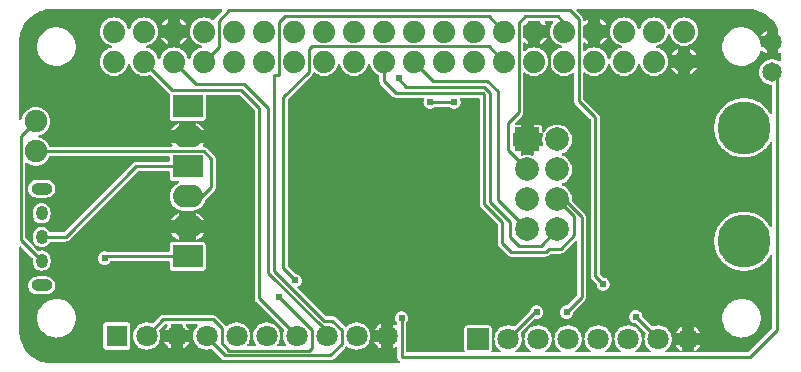
<source format=gbl>
G04 Layer: BottomLayer*
G04 EasyEDA v6.5.23, 2025-01-15 23:58:28*
G04 61e01307cd854d7a9ca4b8b954f7b644,f9be1a6569124c8bb78035afb8aa2461,10*
G04 Gerber Generator version 0.2*
G04 Scale: 100 percent, Rotated: No, Reflected: No *
G04 Dimensions in millimeters *
G04 leading zeros omitted , absolute positions ,4 integer and 5 decimal *
%FSLAX45Y45*%
%MOMM*%

%AMMACRO1*21,1,$1,$2,0,0,$3*%
%ADD10C,0.2540*%
%ADD11O,1.7999964X0.9999979999999999*%
%ADD12O,0.9999979999999999X1.199896*%
%ADD13C,1.8796*%
%ADD14C,1.6510*%
%ADD15MACRO1,1.8X1.8X0.0000*%
%ADD16C,1.8000*%
%ADD17R,1.8000X1.8000*%
%ADD18R,2.5400X1.9050*%
%ADD19O,2.54X1.905*%
%ADD20C,4.5000*%
%ADD21C,2.0000*%
%ADD22R,2.0000X2.0000*%
%ADD23C,1.9050*%
%ADD24C,0.6096*%
%ADD25C,0.0151*%

%LPD*%
G36*
X4511802Y-453186D02*
G01*
X4507534Y-452272D01*
X4504080Y-449630D01*
X4502048Y-445820D01*
X4497832Y-431139D01*
X4492091Y-417576D01*
X4484725Y-404774D01*
X4475835Y-392988D01*
X4465574Y-382422D01*
X4454042Y-373176D01*
X4441494Y-365404D01*
X4428083Y-359206D01*
X4414062Y-354736D01*
X4399534Y-352044D01*
X4384802Y-351129D01*
X4370070Y-352044D01*
X4355541Y-354736D01*
X4341520Y-359206D01*
X4328109Y-365404D01*
X4315561Y-373176D01*
X4309618Y-377901D01*
X4306316Y-379679D01*
X4302556Y-380136D01*
X4298899Y-379171D01*
X4295851Y-376936D01*
X4293819Y-373735D01*
X4293108Y-369976D01*
X4293108Y-318312D01*
X4294073Y-314045D01*
X4296765Y-310540D01*
X4300677Y-308508D01*
X4305096Y-308356D01*
X4309160Y-310032D01*
X4321708Y-318922D01*
X4331462Y-324154D01*
X4331462Y-270357D01*
X4303268Y-270357D01*
X4299356Y-269595D01*
X4296105Y-267360D01*
X4293870Y-264109D01*
X4293108Y-260197D01*
X4293108Y-173837D01*
X4293870Y-169926D01*
X4296105Y-166674D01*
X4299356Y-164439D01*
X4303268Y-163677D01*
X4331462Y-163677D01*
X4331462Y-137668D01*
X4332224Y-133756D01*
X4334459Y-130505D01*
X4337710Y-128270D01*
X4341622Y-127508D01*
X4427982Y-127508D01*
X4431893Y-128270D01*
X4435144Y-130505D01*
X4437380Y-133756D01*
X4438142Y-137668D01*
X4438142Y-163677D01*
X4492142Y-163677D01*
X4484725Y-150825D01*
X4479442Y-143814D01*
X4477562Y-139700D01*
X4477664Y-135229D01*
X4479645Y-131267D01*
X4483150Y-128473D01*
X4487519Y-127508D01*
X4537049Y-127508D01*
X4541418Y-128473D01*
X4544923Y-131267D01*
X4546904Y-135229D01*
X4547006Y-139700D01*
X4545177Y-143814D01*
X4539894Y-150825D01*
X4532477Y-163576D01*
X4526737Y-177190D01*
X4522724Y-191363D01*
X4520438Y-205943D01*
X4519980Y-220725D01*
X4521352Y-235407D01*
X4524502Y-249834D01*
X4529429Y-263753D01*
X4535982Y-276961D01*
X4544110Y-289255D01*
X4553762Y-300482D01*
X4564634Y-310388D01*
X4576673Y-318922D01*
X4589678Y-325932D01*
X4603445Y-331266D01*
X4614672Y-334060D01*
X4618177Y-335737D01*
X4620869Y-338632D01*
X4622190Y-342290D01*
X4622088Y-346202D01*
X4620514Y-349758D01*
X4617669Y-352450D01*
X4614062Y-353923D01*
X4609541Y-354736D01*
X4595520Y-359206D01*
X4582109Y-365404D01*
X4569561Y-373176D01*
X4558030Y-382422D01*
X4547768Y-392988D01*
X4538878Y-404774D01*
X4531512Y-417576D01*
X4525772Y-431139D01*
X4521555Y-445820D01*
X4519523Y-449630D01*
X4516069Y-452272D01*
G37*

%LPC*%
G36*
X4438142Y-324154D02*
G01*
X4447895Y-318922D01*
X4459935Y-310388D01*
X4470857Y-300482D01*
X4480458Y-289255D01*
X4488586Y-276961D01*
X4491888Y-270357D01*
X4438142Y-270357D01*
G37*

%LPD*%
G36*
X300685Y-3024073D02*
G01*
X278079Y-3023158D01*
X256743Y-3020618D01*
X235610Y-3016402D01*
X214934Y-3010509D01*
X194767Y-3003042D01*
X175209Y-2993999D01*
X156464Y-2983433D01*
X138582Y-2971495D01*
X121716Y-2958134D01*
X105918Y-2943504D01*
X91338Y-2927654D01*
X78028Y-2910738D01*
X66141Y-2892856D01*
X55626Y-2874060D01*
X46634Y-2854502D01*
X39217Y-2834284D01*
X33426Y-2813608D01*
X29260Y-2792476D01*
X26771Y-2771089D01*
X25908Y-2749296D01*
X25908Y-2044801D01*
X26670Y-2040889D01*
X28905Y-2037638D01*
X32156Y-2035403D01*
X36068Y-2034641D01*
X39979Y-2035403D01*
X43230Y-2037638D01*
X137515Y-2131872D01*
X139852Y-2135530D01*
X140462Y-2139848D01*
X140004Y-2146147D01*
X140004Y-2165400D01*
X140868Y-2177084D01*
X143408Y-2188108D01*
X147523Y-2198674D01*
X153212Y-2208479D01*
X160274Y-2217369D01*
X168605Y-2225090D01*
X177952Y-2231491D01*
X188163Y-2236368D01*
X199034Y-2239721D01*
X210210Y-2241448D01*
X221589Y-2241448D01*
X232765Y-2239721D01*
X243636Y-2236368D01*
X253847Y-2231491D01*
X263194Y-2225090D01*
X271526Y-2217369D01*
X278587Y-2208479D01*
X284276Y-2198674D01*
X288391Y-2188108D01*
X290931Y-2177084D01*
X291795Y-2165400D01*
X291795Y-2146147D01*
X290931Y-2134463D01*
X288391Y-2123389D01*
X284276Y-2112822D01*
X278587Y-2103018D01*
X271526Y-2094179D01*
X263194Y-2086457D01*
X253847Y-2080056D01*
X243636Y-2075129D01*
X232765Y-2071776D01*
X221589Y-2070100D01*
X210210Y-2070100D01*
X199034Y-2071776D01*
X195376Y-2072893D01*
X191770Y-2073351D01*
X188214Y-2072436D01*
X185216Y-2070404D01*
X155092Y-2040280D01*
X152806Y-2036724D01*
X152146Y-2032507D01*
X152704Y-2030425D01*
X150876Y-2030984D01*
X146558Y-2030374D01*
X142849Y-2028037D01*
X79705Y-1964842D01*
X77470Y-1961540D01*
X76708Y-1957679D01*
X76708Y-1337056D01*
X77673Y-1332687D01*
X80467Y-1329182D01*
X84429Y-1327200D01*
X88900Y-1327099D01*
X93014Y-1328978D01*
X98196Y-1332890D01*
X111099Y-1340358D01*
X124815Y-1346149D01*
X139192Y-1350213D01*
X153924Y-1352499D01*
X168808Y-1352956D01*
X183692Y-1351584D01*
X198272Y-1348435D01*
X212293Y-1343456D01*
X225653Y-1336802D01*
X238099Y-1328572D01*
X249428Y-1318869D01*
X259486Y-1307846D01*
X268071Y-1295654D01*
X275132Y-1282547D01*
X277317Y-1277010D01*
X279450Y-1273606D01*
X282803Y-1271320D01*
X286766Y-1270508D01*
X1289456Y-1270508D01*
X1293317Y-1271270D01*
X1296619Y-1273505D01*
X1298803Y-1276756D01*
X1299616Y-1280668D01*
X1299616Y-1310132D01*
X1298803Y-1314043D01*
X1296619Y-1317294D01*
X1293317Y-1319530D01*
X1289456Y-1320292D01*
X1016508Y-1320292D01*
X1008481Y-1321104D01*
X1001268Y-1323289D01*
X994562Y-1326845D01*
X988364Y-1331976D01*
X406095Y-1914194D01*
X402793Y-1916379D01*
X398932Y-1917192D01*
X292608Y-1917192D01*
X289153Y-1916531D01*
X286105Y-1914804D01*
X283819Y-1912112D01*
X278587Y-1903018D01*
X271526Y-1894179D01*
X263194Y-1886457D01*
X253847Y-1880057D01*
X243636Y-1875129D01*
X232765Y-1871776D01*
X221589Y-1870100D01*
X210210Y-1870100D01*
X199034Y-1871776D01*
X188163Y-1875129D01*
X177952Y-1880057D01*
X168605Y-1886457D01*
X160274Y-1894179D01*
X153212Y-1903018D01*
X147523Y-1912823D01*
X143408Y-1923389D01*
X140868Y-1934464D01*
X140004Y-1946148D01*
X140004Y-1965401D01*
X140868Y-1977085D01*
X143408Y-1988108D01*
X147523Y-1998675D01*
X153212Y-2008479D01*
X157988Y-2014524D01*
X159918Y-2018436D01*
X159816Y-2023211D01*
X164084Y-2023110D01*
X167995Y-2024684D01*
X177952Y-2031492D01*
X188163Y-2036368D01*
X199034Y-2039721D01*
X210210Y-2041448D01*
X221589Y-2041448D01*
X232765Y-2039721D01*
X243636Y-2036368D01*
X253847Y-2031492D01*
X263194Y-2025091D01*
X271526Y-2017369D01*
X278587Y-2008479D01*
X283819Y-1999488D01*
X286105Y-1996744D01*
X289153Y-1995017D01*
X292608Y-1994407D01*
X418642Y-1994407D01*
X426669Y-1993595D01*
X433882Y-1991410D01*
X440537Y-1987854D01*
X446785Y-1982724D01*
X1029004Y-1400505D01*
X1032306Y-1398270D01*
X1036218Y-1397508D01*
X1289456Y-1397508D01*
X1293317Y-1398270D01*
X1296619Y-1400505D01*
X1298803Y-1403756D01*
X1299616Y-1407668D01*
X1299616Y-1453591D01*
X1300327Y-1459890D01*
X1302207Y-1465376D01*
X1305306Y-1470253D01*
X1309370Y-1474368D01*
X1314297Y-1477416D01*
X1319733Y-1479346D01*
X1326083Y-1480058D01*
X1373936Y-1480058D01*
X1377797Y-1480820D01*
X1381048Y-1482953D01*
X1383284Y-1486204D01*
X1384096Y-1490065D01*
X1383436Y-1493926D01*
X1381302Y-1497228D01*
X1378102Y-1499463D01*
X1364437Y-1505610D01*
X1351940Y-1513179D01*
X1340408Y-1522222D01*
X1330096Y-1532585D01*
X1321054Y-1544066D01*
X1313484Y-1556613D01*
X1307490Y-1569923D01*
X1303121Y-1583893D01*
X1300480Y-1598320D01*
X1299616Y-1612900D01*
X1300480Y-1627479D01*
X1303121Y-1641906D01*
X1307490Y-1655876D01*
X1313484Y-1669186D01*
X1321054Y-1681734D01*
X1330096Y-1693214D01*
X1340408Y-1703578D01*
X1351940Y-1712569D01*
X1364437Y-1720138D01*
X1377797Y-1726184D01*
X1390751Y-1730197D01*
X1392377Y-1731111D01*
X1394663Y-1731060D01*
X1406144Y-1733143D01*
X1421079Y-1734057D01*
X1483918Y-1734057D01*
X1498854Y-1733143D01*
X1510334Y-1731060D01*
X1512620Y-1731111D01*
X1514246Y-1730197D01*
X1527200Y-1726184D01*
X1540560Y-1720138D01*
X1553057Y-1712569D01*
X1564589Y-1703578D01*
X1574901Y-1693214D01*
X1583944Y-1681734D01*
X1591513Y-1669186D01*
X1597507Y-1655876D01*
X1601774Y-1642160D01*
X1602790Y-1639925D01*
X1604314Y-1637995D01*
X1677924Y-1564335D01*
X1683054Y-1558137D01*
X1686610Y-1551432D01*
X1688795Y-1544218D01*
X1689607Y-1536192D01*
X1689607Y-1295908D01*
X1688795Y-1287881D01*
X1686610Y-1280668D01*
X1683054Y-1273962D01*
X1677924Y-1267764D01*
X1615135Y-1204976D01*
X1608937Y-1199845D01*
X1602232Y-1196289D01*
X1595018Y-1194104D01*
X1588312Y-1193444D01*
X1584248Y-1192123D01*
X1581048Y-1189177D01*
X1579372Y-1185214D01*
X1579473Y-1180947D01*
X1581353Y-1177036D01*
X1583944Y-1173734D01*
X1591513Y-1161186D01*
X1592580Y-1158900D01*
X1522374Y-1158900D01*
X1522374Y-1183132D01*
X1521561Y-1187043D01*
X1519377Y-1190294D01*
X1516075Y-1192530D01*
X1512214Y-1193292D01*
X1392834Y-1193292D01*
X1388922Y-1192530D01*
X1385620Y-1190294D01*
X1383436Y-1187043D01*
X1382674Y-1183132D01*
X1382674Y-1158900D01*
X1312418Y-1158900D01*
X1313484Y-1161186D01*
X1321054Y-1173734D01*
X1323543Y-1176883D01*
X1325422Y-1180947D01*
X1325422Y-1185468D01*
X1323441Y-1189482D01*
X1319936Y-1192276D01*
X1315516Y-1193292D01*
X286766Y-1193292D01*
X282803Y-1192479D01*
X279450Y-1190193D01*
X277317Y-1186789D01*
X275132Y-1181252D01*
X268071Y-1168146D01*
X259486Y-1155954D01*
X249428Y-1144930D01*
X238099Y-1135227D01*
X225653Y-1126998D01*
X212293Y-1120343D01*
X198272Y-1115364D01*
X195681Y-1114806D01*
X192125Y-1113282D01*
X189382Y-1110488D01*
X187909Y-1106830D01*
X187909Y-1102969D01*
X189382Y-1099312D01*
X192125Y-1096518D01*
X195681Y-1094994D01*
X198272Y-1094435D01*
X212293Y-1089456D01*
X225653Y-1082802D01*
X238099Y-1074572D01*
X249428Y-1064869D01*
X259486Y-1053846D01*
X268071Y-1041653D01*
X275132Y-1028547D01*
X280517Y-1014628D01*
X284175Y-1000150D01*
X286004Y-985367D01*
X286004Y-970432D01*
X284175Y-955649D01*
X280517Y-941171D01*
X275132Y-927252D01*
X268071Y-914146D01*
X259486Y-901953D01*
X249428Y-890930D01*
X238099Y-881227D01*
X225653Y-872998D01*
X212293Y-866343D01*
X198272Y-861364D01*
X183692Y-858215D01*
X168808Y-856843D01*
X153924Y-857300D01*
X139192Y-859586D01*
X124815Y-863650D01*
X111099Y-869442D01*
X98196Y-876909D01*
X86309Y-885901D01*
X75590Y-896264D01*
X66243Y-907897D01*
X58369Y-920597D01*
X52120Y-934161D01*
X47599Y-948334D01*
X46075Y-956716D01*
X44399Y-960678D01*
X41300Y-963574D01*
X37287Y-964946D01*
X33020Y-964539D01*
X29311Y-962456D01*
X26822Y-959002D01*
X25908Y-954836D01*
X25908Y-300685D01*
X26822Y-278079D01*
X29362Y-256743D01*
X33629Y-235610D01*
X39471Y-214934D01*
X46939Y-194767D01*
X55981Y-175209D01*
X66548Y-156464D01*
X78536Y-138582D01*
X91846Y-121716D01*
X106476Y-105918D01*
X122326Y-91338D01*
X139242Y-78028D01*
X157124Y-66141D01*
X175920Y-55626D01*
X195478Y-46634D01*
X215696Y-39217D01*
X236423Y-33426D01*
X257505Y-29260D01*
X278892Y-26771D01*
X300685Y-25908D01*
X1736445Y-25908D01*
X1740357Y-26670D01*
X1743659Y-28905D01*
X1745843Y-32156D01*
X1746605Y-36068D01*
X1745843Y-39979D01*
X1743659Y-43230D01*
X1687575Y-99364D01*
X1682445Y-105562D01*
X1678889Y-112268D01*
X1677873Y-115570D01*
X1675993Y-119075D01*
X1672945Y-121564D01*
X1669186Y-122732D01*
X1665274Y-122377D01*
X1661769Y-120548D01*
X1660042Y-119176D01*
X1647494Y-111404D01*
X1634083Y-105257D01*
X1620062Y-100787D01*
X1605534Y-98044D01*
X1590802Y-97129D01*
X1576070Y-98044D01*
X1561541Y-100787D01*
X1547520Y-105257D01*
X1534109Y-111404D01*
X1521561Y-119176D01*
X1510030Y-128422D01*
X1499768Y-139039D01*
X1490878Y-150825D01*
X1483512Y-163576D01*
X1477772Y-177190D01*
X1473708Y-191363D01*
X1471422Y-205943D01*
X1471015Y-220725D01*
X1472336Y-235407D01*
X1475486Y-249834D01*
X1480413Y-263753D01*
X1487017Y-276961D01*
X1495145Y-289255D01*
X1504746Y-300482D01*
X1515668Y-310388D01*
X1527708Y-318922D01*
X1540713Y-325932D01*
X1554480Y-331266D01*
X1566113Y-334162D01*
X1569618Y-335838D01*
X1572260Y-338734D01*
X1573631Y-342392D01*
X1573530Y-346303D01*
X1571955Y-349859D01*
X1569110Y-352552D01*
X1565503Y-354025D01*
X1561541Y-354736D01*
X1547520Y-359206D01*
X1534109Y-365404D01*
X1521561Y-373176D01*
X1510030Y-382422D01*
X1499768Y-392988D01*
X1490878Y-404774D01*
X1483512Y-417576D01*
X1477772Y-431139D01*
X1473555Y-445820D01*
X1471523Y-449630D01*
X1468069Y-452272D01*
X1463802Y-453186D01*
X1459534Y-452272D01*
X1456080Y-449630D01*
X1454048Y-445820D01*
X1449832Y-431139D01*
X1444091Y-417576D01*
X1436725Y-404774D01*
X1427835Y-392988D01*
X1417574Y-382422D01*
X1406042Y-373176D01*
X1393494Y-365404D01*
X1380083Y-359206D01*
X1366062Y-354736D01*
X1351534Y-352044D01*
X1336802Y-351129D01*
X1322070Y-352044D01*
X1307541Y-354736D01*
X1293520Y-359206D01*
X1280109Y-365404D01*
X1267561Y-373176D01*
X1256030Y-382422D01*
X1245768Y-392988D01*
X1236878Y-404774D01*
X1229512Y-417576D01*
X1223772Y-431139D01*
X1219555Y-445820D01*
X1217523Y-449630D01*
X1214069Y-452272D01*
X1209802Y-453186D01*
X1205534Y-452272D01*
X1202080Y-449630D01*
X1200048Y-445820D01*
X1195832Y-431139D01*
X1190091Y-417576D01*
X1182725Y-404774D01*
X1173835Y-392988D01*
X1163574Y-382422D01*
X1152042Y-373176D01*
X1139494Y-365404D01*
X1126083Y-359206D01*
X1112062Y-354736D01*
X1108100Y-354025D01*
X1104493Y-352552D01*
X1101648Y-349859D01*
X1100074Y-346303D01*
X1099972Y-342392D01*
X1101344Y-338734D01*
X1103985Y-335838D01*
X1107490Y-334162D01*
X1119124Y-331266D01*
X1132890Y-325932D01*
X1145895Y-318922D01*
X1157935Y-310388D01*
X1168857Y-300482D01*
X1178458Y-289255D01*
X1186586Y-276961D01*
X1193190Y-263753D01*
X1198118Y-249834D01*
X1201267Y-235407D01*
X1202639Y-220725D01*
X1202182Y-205943D01*
X1199845Y-191262D01*
X1195832Y-177190D01*
X1190091Y-163576D01*
X1182725Y-150825D01*
X1173835Y-139039D01*
X1163574Y-128422D01*
X1152042Y-119176D01*
X1139494Y-111404D01*
X1126083Y-105257D01*
X1112062Y-100787D01*
X1097534Y-98044D01*
X1082802Y-97129D01*
X1068070Y-98044D01*
X1053541Y-100787D01*
X1039520Y-105257D01*
X1026109Y-111404D01*
X1013561Y-119176D01*
X1002030Y-128422D01*
X991768Y-139039D01*
X982878Y-150825D01*
X975512Y-163576D01*
X969771Y-177190D01*
X965555Y-191820D01*
X963523Y-195681D01*
X960069Y-198272D01*
X955802Y-199237D01*
X951534Y-198272D01*
X948080Y-195681D01*
X946048Y-191820D01*
X941832Y-177190D01*
X936091Y-163576D01*
X928725Y-150825D01*
X919835Y-139039D01*
X909574Y-128422D01*
X898042Y-119176D01*
X885494Y-111404D01*
X872083Y-105257D01*
X858062Y-100787D01*
X843534Y-98044D01*
X828802Y-97129D01*
X814069Y-98044D01*
X799541Y-100787D01*
X785520Y-105257D01*
X772109Y-111404D01*
X759561Y-119176D01*
X748030Y-128422D01*
X737768Y-139039D01*
X728878Y-150825D01*
X721512Y-163576D01*
X715772Y-177190D01*
X711708Y-191363D01*
X709422Y-205943D01*
X709015Y-220725D01*
X710336Y-235407D01*
X713486Y-249834D01*
X718413Y-263753D01*
X725017Y-276961D01*
X733145Y-289255D01*
X742746Y-300482D01*
X753668Y-310388D01*
X765708Y-318922D01*
X778713Y-325932D01*
X792480Y-331266D01*
X804113Y-334162D01*
X807618Y-335838D01*
X810260Y-338734D01*
X811631Y-342392D01*
X811530Y-346303D01*
X809955Y-349859D01*
X807110Y-352552D01*
X803503Y-354025D01*
X799541Y-354736D01*
X785520Y-359206D01*
X772109Y-365404D01*
X759561Y-373176D01*
X748030Y-382422D01*
X737768Y-392988D01*
X728878Y-404774D01*
X721512Y-417576D01*
X715772Y-431139D01*
X711708Y-445363D01*
X709422Y-459943D01*
X709015Y-474675D01*
X710336Y-489356D01*
X713486Y-503783D01*
X718413Y-517702D01*
X725017Y-530910D01*
X733145Y-543204D01*
X742746Y-554431D01*
X753668Y-564388D01*
X765708Y-572922D01*
X778713Y-579882D01*
X792480Y-585216D01*
X806754Y-588822D01*
X821436Y-590651D01*
X836168Y-590651D01*
X850849Y-588822D01*
X865124Y-585216D01*
X878890Y-579882D01*
X891895Y-572922D01*
X903935Y-564388D01*
X914857Y-554431D01*
X924458Y-543204D01*
X932586Y-530910D01*
X939190Y-517702D01*
X944118Y-503783D01*
X945896Y-495655D01*
X947419Y-492048D01*
X950214Y-489356D01*
X953871Y-487883D01*
X957732Y-487883D01*
X961390Y-489356D01*
X964184Y-492048D01*
X965708Y-495655D01*
X967486Y-503783D01*
X972413Y-517702D01*
X979017Y-530910D01*
X987145Y-543204D01*
X996746Y-554431D01*
X1007668Y-564388D01*
X1019708Y-572922D01*
X1032713Y-579882D01*
X1046480Y-585216D01*
X1060754Y-588822D01*
X1075436Y-590651D01*
X1090168Y-590651D01*
X1104849Y-588822D01*
X1119124Y-585216D01*
X1129792Y-581101D01*
X1133652Y-580390D01*
X1137462Y-581202D01*
X1140663Y-583387D01*
X1295806Y-738479D01*
X1297889Y-740867D01*
X1300022Y-744524D01*
X1300429Y-748741D01*
X1299616Y-756208D01*
X1299616Y-945591D01*
X1300327Y-951890D01*
X1302207Y-957376D01*
X1305306Y-962253D01*
X1309370Y-966368D01*
X1314297Y-969416D01*
X1319733Y-971346D01*
X1326083Y-972058D01*
X1373936Y-972058D01*
X1377797Y-972819D01*
X1381099Y-974953D01*
X1383436Y-978306D01*
X1385620Y-975055D01*
X1388922Y-972819D01*
X1392834Y-972058D01*
X1512214Y-972058D01*
X1516075Y-972819D01*
X1519377Y-975055D01*
X1521714Y-978204D01*
X1523898Y-974953D01*
X1527200Y-972819D01*
X1531061Y-972058D01*
X1578914Y-972058D01*
X1585264Y-971346D01*
X1590700Y-969416D01*
X1595628Y-966368D01*
X1599692Y-962253D01*
X1602790Y-957376D01*
X1604670Y-951890D01*
X1605432Y-945591D01*
X1605432Y-759968D01*
X1606194Y-756056D01*
X1608378Y-752805D01*
X1611680Y-750570D01*
X1615592Y-749808D01*
X1885035Y-749808D01*
X1888947Y-750570D01*
X1892249Y-752805D01*
X2015794Y-876350D01*
X2018030Y-879652D01*
X2018792Y-883564D01*
X2018792Y-2475992D01*
X2019604Y-2484018D01*
X2021789Y-2491232D01*
X2025345Y-2497937D01*
X2030475Y-2504135D01*
X2265476Y-2739136D01*
X2267712Y-2742590D01*
X2268423Y-2746654D01*
X2267153Y-2751328D01*
X2262632Y-2765196D01*
X2259939Y-2779471D01*
X2259025Y-2794000D01*
X2259939Y-2808528D01*
X2262632Y-2822803D01*
X2267153Y-2836672D01*
X2273350Y-2849829D01*
X2281123Y-2862122D01*
X2282901Y-2864256D01*
X2284730Y-2867558D01*
X2285187Y-2871368D01*
X2284272Y-2875026D01*
X2282037Y-2878124D01*
X2278786Y-2880156D01*
X2275078Y-2880868D01*
X2220722Y-2880868D01*
X2217013Y-2880156D01*
X2213762Y-2878124D01*
X2211527Y-2875026D01*
X2210612Y-2871368D01*
X2211070Y-2867558D01*
X2212898Y-2864256D01*
X2214676Y-2862122D01*
X2222449Y-2849829D01*
X2228646Y-2836672D01*
X2233168Y-2822803D01*
X2235860Y-2808528D01*
X2236774Y-2794000D01*
X2235860Y-2779471D01*
X2233168Y-2765196D01*
X2228646Y-2751328D01*
X2222449Y-2738170D01*
X2214676Y-2725877D01*
X2205380Y-2714650D01*
X2194763Y-2704693D01*
X2182977Y-2696159D01*
X2170226Y-2689148D01*
X2156714Y-2683764D01*
X2142591Y-2680157D01*
X2128164Y-2678328D01*
X2113635Y-2678328D01*
X2099208Y-2680157D01*
X2085086Y-2683764D01*
X2071573Y-2689148D01*
X2058822Y-2696159D01*
X2047036Y-2704693D01*
X2036419Y-2714650D01*
X2027123Y-2725877D01*
X2019350Y-2738170D01*
X2013153Y-2751328D01*
X2008632Y-2765196D01*
X2005939Y-2779471D01*
X2005025Y-2794000D01*
X2005939Y-2808528D01*
X2008632Y-2822803D01*
X2013153Y-2836672D01*
X2019350Y-2849829D01*
X2027123Y-2862122D01*
X2028901Y-2864256D01*
X2030730Y-2867558D01*
X2031187Y-2871368D01*
X2030272Y-2875026D01*
X2028037Y-2878124D01*
X2024786Y-2880156D01*
X2021078Y-2880868D01*
X1966722Y-2880868D01*
X1963013Y-2880156D01*
X1959762Y-2878124D01*
X1957527Y-2875026D01*
X1956612Y-2871368D01*
X1957070Y-2867558D01*
X1958898Y-2864256D01*
X1960676Y-2862122D01*
X1968449Y-2849829D01*
X1974646Y-2836672D01*
X1979168Y-2822803D01*
X1981860Y-2808528D01*
X1982774Y-2794000D01*
X1981860Y-2779471D01*
X1979168Y-2765196D01*
X1974646Y-2751328D01*
X1968449Y-2738170D01*
X1960676Y-2725877D01*
X1951380Y-2714650D01*
X1940763Y-2704693D01*
X1928977Y-2696159D01*
X1916226Y-2689148D01*
X1902714Y-2683764D01*
X1888591Y-2680157D01*
X1874164Y-2678328D01*
X1859635Y-2678328D01*
X1845208Y-2680157D01*
X1831086Y-2683764D01*
X1817573Y-2689148D01*
X1804822Y-2696159D01*
X1793036Y-2704693D01*
X1787042Y-2710332D01*
X1783486Y-2712516D01*
X1779422Y-2713075D01*
X1775409Y-2711958D01*
X1772208Y-2709367D01*
X1766824Y-2702864D01*
X1691335Y-2627376D01*
X1685137Y-2622245D01*
X1678432Y-2618689D01*
X1671218Y-2616504D01*
X1663192Y-2615692D01*
X1245108Y-2615692D01*
X1237081Y-2616504D01*
X1229868Y-2618689D01*
X1223162Y-2622245D01*
X1216964Y-2627376D01*
X1159611Y-2684678D01*
X1156360Y-2686862D01*
X1152550Y-2687675D01*
X1148689Y-2686964D01*
X1140714Y-2683764D01*
X1126591Y-2680157D01*
X1112164Y-2678328D01*
X1097635Y-2678328D01*
X1083208Y-2680157D01*
X1069086Y-2683764D01*
X1055573Y-2689148D01*
X1042822Y-2696159D01*
X1031036Y-2704693D01*
X1020419Y-2714650D01*
X1011123Y-2725877D01*
X1003350Y-2738170D01*
X997153Y-2751328D01*
X992632Y-2765196D01*
X989939Y-2779471D01*
X989025Y-2794000D01*
X989939Y-2808528D01*
X992632Y-2822803D01*
X997153Y-2836672D01*
X1003350Y-2849829D01*
X1011123Y-2862122D01*
X1020419Y-2873349D01*
X1031036Y-2883306D01*
X1042822Y-2891840D01*
X1055573Y-2898851D01*
X1069086Y-2904236D01*
X1083208Y-2907842D01*
X1097635Y-2909671D01*
X1112164Y-2909671D01*
X1126591Y-2907842D01*
X1140714Y-2904236D01*
X1154226Y-2898851D01*
X1166977Y-2891840D01*
X1178763Y-2883306D01*
X1189380Y-2873349D01*
X1198676Y-2862122D01*
X1206449Y-2849829D01*
X1212646Y-2836672D01*
X1217168Y-2822803D01*
X1219860Y-2808528D01*
X1220774Y-2794000D01*
X1219860Y-2779471D01*
X1217168Y-2765196D01*
X1212646Y-2751328D01*
X1211376Y-2746654D01*
X1212088Y-2742590D01*
X1214323Y-2739136D01*
X1257604Y-2695905D01*
X1260906Y-2693670D01*
X1264818Y-2692908D01*
X1271930Y-2692908D01*
X1275892Y-2693720D01*
X1279194Y-2695956D01*
X1281379Y-2699308D01*
X1282090Y-2703271D01*
X1281226Y-2707182D01*
X1278890Y-2710484D01*
X1274419Y-2714650D01*
X1265123Y-2725877D01*
X1257350Y-2738170D01*
X1255217Y-2742641D01*
X1307541Y-2742641D01*
X1307541Y-2703068D01*
X1308303Y-2699156D01*
X1310538Y-2695905D01*
X1313840Y-2693670D01*
X1317701Y-2692908D01*
X1400098Y-2692908D01*
X1403959Y-2693670D01*
X1407261Y-2695905D01*
X1409496Y-2699156D01*
X1410258Y-2703068D01*
X1410258Y-2742641D01*
X1462582Y-2742641D01*
X1460449Y-2738170D01*
X1452676Y-2725877D01*
X1443380Y-2714650D01*
X1438910Y-2710484D01*
X1436573Y-2707182D01*
X1435709Y-2703271D01*
X1436420Y-2699308D01*
X1438605Y-2695956D01*
X1441907Y-2693720D01*
X1445869Y-2692908D01*
X1525930Y-2692908D01*
X1529892Y-2693720D01*
X1533194Y-2695956D01*
X1535379Y-2699308D01*
X1536090Y-2703271D01*
X1535226Y-2707182D01*
X1532890Y-2710484D01*
X1528419Y-2714650D01*
X1519123Y-2725877D01*
X1511350Y-2738170D01*
X1505153Y-2751328D01*
X1500632Y-2765196D01*
X1497939Y-2779471D01*
X1497025Y-2794000D01*
X1497939Y-2808528D01*
X1500632Y-2822803D01*
X1505153Y-2836672D01*
X1511350Y-2849829D01*
X1519123Y-2862122D01*
X1528419Y-2873349D01*
X1539036Y-2883306D01*
X1550822Y-2891840D01*
X1563573Y-2898851D01*
X1577086Y-2904236D01*
X1591208Y-2907842D01*
X1605635Y-2909671D01*
X1620164Y-2909671D01*
X1634591Y-2907842D01*
X1648764Y-2904185D01*
X1652219Y-2903931D01*
X1655622Y-2904845D01*
X1658467Y-2906877D01*
X1737664Y-2986024D01*
X1743862Y-2991154D01*
X1750568Y-2994710D01*
X1757781Y-2996895D01*
X1765807Y-2997708D01*
X2661158Y-2997708D01*
X2669184Y-2996895D01*
X2676398Y-2994710D01*
X2683103Y-2991154D01*
X2689301Y-2986024D01*
X2782824Y-2892501D01*
X2787954Y-2886303D01*
X2789834Y-2882798D01*
X2792120Y-2879902D01*
X2795320Y-2878023D01*
X2798978Y-2877464D01*
X2802636Y-2878175D01*
X2805734Y-2880207D01*
X2809036Y-2883306D01*
X2820822Y-2891840D01*
X2833573Y-2898851D01*
X2847086Y-2904236D01*
X2861208Y-2907842D01*
X2875635Y-2909671D01*
X2890164Y-2909671D01*
X2904591Y-2907842D01*
X2918714Y-2904236D01*
X2932226Y-2898851D01*
X2944977Y-2891840D01*
X2956763Y-2883306D01*
X2967380Y-2873349D01*
X2976676Y-2862122D01*
X2984449Y-2849829D01*
X2990646Y-2836672D01*
X2995168Y-2822803D01*
X2997860Y-2808528D01*
X2998774Y-2794000D01*
X2997860Y-2779471D01*
X2995168Y-2765196D01*
X2990646Y-2751328D01*
X2984449Y-2738170D01*
X2976676Y-2725877D01*
X2967380Y-2714650D01*
X2956763Y-2704693D01*
X2944977Y-2696159D01*
X2932226Y-2689148D01*
X2918714Y-2683764D01*
X2904591Y-2680157D01*
X2890164Y-2678328D01*
X2875635Y-2678328D01*
X2861208Y-2680157D01*
X2847086Y-2683764D01*
X2833573Y-2689148D01*
X2820822Y-2696159D01*
X2809036Y-2704693D01*
X2798114Y-2715056D01*
X2794812Y-2717698D01*
X2790748Y-2718765D01*
X2786583Y-2718054D01*
X2783078Y-2715768D01*
X2704541Y-2637282D01*
X2698343Y-2632151D01*
X2691638Y-2628595D01*
X2684424Y-2626410D01*
X2676906Y-2625648D01*
X2669387Y-2626410D01*
X2664206Y-2627934D01*
X2661259Y-2628392D01*
X2623718Y-2628392D01*
X2619806Y-2627630D01*
X2616504Y-2625394D01*
X2382672Y-2391562D01*
X2380488Y-2388311D01*
X2379675Y-2384552D01*
X2380335Y-2380742D01*
X2382418Y-2377440D01*
X2385517Y-2375154D01*
X2390394Y-2372918D01*
X2398420Y-2367280D01*
X2405380Y-2360320D01*
X2411018Y-2352294D01*
X2415133Y-2343353D01*
X2417673Y-2333904D01*
X2418537Y-2324100D01*
X2417673Y-2314295D01*
X2415133Y-2304846D01*
X2411018Y-2295906D01*
X2405380Y-2287879D01*
X2398420Y-2280920D01*
X2390394Y-2275281D01*
X2381453Y-2271166D01*
X2372004Y-2268626D01*
X2363978Y-2267915D01*
X2360574Y-2267000D01*
X2357678Y-2264968D01*
X2302205Y-2209495D01*
X2299970Y-2206193D01*
X2299208Y-2202281D01*
X2299208Y-793648D01*
X2299970Y-789736D01*
X2302205Y-786434D01*
X2503424Y-585165D01*
X2508554Y-578967D01*
X2512110Y-572262D01*
X2513584Y-567537D01*
X2515514Y-563981D01*
X2518664Y-561441D01*
X2522626Y-560374D01*
X2526639Y-560882D01*
X2530144Y-562965D01*
X2531668Y-564388D01*
X2543708Y-572922D01*
X2556713Y-579882D01*
X2570480Y-585216D01*
X2584754Y-588822D01*
X2599436Y-590651D01*
X2614168Y-590651D01*
X2628849Y-588822D01*
X2643124Y-585216D01*
X2656890Y-579882D01*
X2669895Y-572922D01*
X2681935Y-564388D01*
X2692857Y-554431D01*
X2702458Y-543204D01*
X2710586Y-530910D01*
X2717190Y-517702D01*
X2722118Y-503783D01*
X2723896Y-495655D01*
X2725420Y-492048D01*
X2728214Y-489356D01*
X2731871Y-487883D01*
X2735732Y-487883D01*
X2739390Y-489356D01*
X2742184Y-492048D01*
X2743708Y-495655D01*
X2745486Y-503783D01*
X2750413Y-517702D01*
X2757017Y-530910D01*
X2765145Y-543204D01*
X2774746Y-554431D01*
X2785668Y-564388D01*
X2797708Y-572922D01*
X2810713Y-579882D01*
X2824480Y-585216D01*
X2838754Y-588822D01*
X2853436Y-590651D01*
X2868168Y-590651D01*
X2882849Y-588822D01*
X2897124Y-585216D01*
X2910890Y-579882D01*
X2923895Y-572922D01*
X2935935Y-564388D01*
X2946857Y-554431D01*
X2956458Y-543204D01*
X2964586Y-530910D01*
X2971190Y-517702D01*
X2976118Y-503783D01*
X2977896Y-495655D01*
X2979420Y-492048D01*
X2982214Y-489356D01*
X2985871Y-487883D01*
X2989732Y-487883D01*
X2993390Y-489356D01*
X2996184Y-492048D01*
X2997708Y-495655D01*
X2999486Y-503783D01*
X3004413Y-517702D01*
X3011017Y-530910D01*
X3019145Y-543204D01*
X3028746Y-554431D01*
X3039668Y-564388D01*
X3051708Y-572922D01*
X3064713Y-579882D01*
X3069691Y-581812D01*
X3073095Y-583996D01*
X3075381Y-587349D01*
X3076194Y-591312D01*
X3076194Y-637794D01*
X3077006Y-645820D01*
X3079191Y-653034D01*
X3082747Y-659739D01*
X3087878Y-665937D01*
X3185464Y-763524D01*
X3191662Y-768654D01*
X3198368Y-772210D01*
X3205581Y-774395D01*
X3213608Y-775208D01*
X3444849Y-775208D01*
X3448812Y-776020D01*
X3452164Y-778306D01*
X3454349Y-781710D01*
X3455009Y-785723D01*
X3454044Y-789686D01*
X3452266Y-793546D01*
X3449726Y-802995D01*
X3448862Y-812800D01*
X3449726Y-822604D01*
X3452266Y-832053D01*
X3456381Y-840994D01*
X3462020Y-849020D01*
X3468979Y-855980D01*
X3477006Y-861618D01*
X3485946Y-865733D01*
X3495395Y-868273D01*
X3505200Y-869137D01*
X3515004Y-868273D01*
X3524453Y-865733D01*
X3533394Y-861618D01*
X3541420Y-855980D01*
X3542995Y-854405D01*
X3546297Y-852169D01*
X3550208Y-851408D01*
X3663391Y-851408D01*
X3667302Y-852169D01*
X3670604Y-854405D01*
X3672179Y-855980D01*
X3680206Y-861618D01*
X3689146Y-865733D01*
X3698595Y-868273D01*
X3708400Y-869137D01*
X3718204Y-868273D01*
X3727653Y-865733D01*
X3736594Y-861618D01*
X3744620Y-855980D01*
X3751579Y-849020D01*
X3757218Y-840994D01*
X3761333Y-832053D01*
X3763873Y-822604D01*
X3764737Y-812800D01*
X3763873Y-802995D01*
X3761333Y-793546D01*
X3759555Y-789686D01*
X3758590Y-785723D01*
X3759250Y-781710D01*
X3761435Y-778306D01*
X3764787Y-776020D01*
X3768750Y-775208D01*
X3913632Y-775208D01*
X3917543Y-775970D01*
X3920794Y-778205D01*
X3923029Y-781456D01*
X3923792Y-785368D01*
X3923792Y-1675892D01*
X3924604Y-1683918D01*
X3926789Y-1691132D01*
X3930345Y-1697837D01*
X3935476Y-1704035D01*
X4073194Y-1841804D01*
X4075429Y-1845106D01*
X4076192Y-1849018D01*
X4076192Y-2006092D01*
X4077004Y-2014118D01*
X4079189Y-2021332D01*
X4082745Y-2028037D01*
X4087876Y-2034235D01*
X4163364Y-2109724D01*
X4169562Y-2114854D01*
X4176268Y-2118410D01*
X4183481Y-2120595D01*
X4191508Y-2121408D01*
X4482592Y-2121408D01*
X4490618Y-2120595D01*
X4497832Y-2118410D01*
X4504537Y-2114854D01*
X4510735Y-2109724D01*
X4521504Y-2099005D01*
X4524806Y-2096770D01*
X4528718Y-2096007D01*
X4609592Y-2096007D01*
X4617618Y-2095195D01*
X4624832Y-2093010D01*
X4631537Y-2089454D01*
X4637735Y-2084324D01*
X4731969Y-1990140D01*
X4735220Y-1987956D01*
X4739132Y-1987194D01*
X4743043Y-1987956D01*
X4746294Y-1990140D01*
X4748530Y-1993442D01*
X4749292Y-1997354D01*
X4749292Y-2443581D01*
X4748530Y-2447493D01*
X4746294Y-2450795D01*
X4665421Y-2531668D01*
X4662525Y-2533700D01*
X4659122Y-2534615D01*
X4651095Y-2535326D01*
X4641646Y-2537866D01*
X4632706Y-2541981D01*
X4624679Y-2547620D01*
X4617720Y-2554579D01*
X4612081Y-2562606D01*
X4607966Y-2571546D01*
X4605426Y-2580995D01*
X4604562Y-2590800D01*
X4605426Y-2600604D01*
X4607966Y-2610053D01*
X4612081Y-2618994D01*
X4617720Y-2627020D01*
X4624679Y-2633980D01*
X4632706Y-2639618D01*
X4641646Y-2643733D01*
X4651095Y-2646273D01*
X4660900Y-2647137D01*
X4670704Y-2646273D01*
X4680153Y-2643733D01*
X4689094Y-2639618D01*
X4697120Y-2633980D01*
X4704080Y-2627020D01*
X4709718Y-2618994D01*
X4713833Y-2610053D01*
X4716373Y-2600604D01*
X4717084Y-2592578D01*
X4717999Y-2589174D01*
X4720031Y-2586278D01*
X4814824Y-2491435D01*
X4819954Y-2485237D01*
X4823510Y-2478532D01*
X4825695Y-2471318D01*
X4826508Y-2463292D01*
X4826508Y-1791207D01*
X4825695Y-1783181D01*
X4823510Y-1775968D01*
X4819954Y-1769262D01*
X4814824Y-1763064D01*
X4709718Y-1657908D01*
X4707432Y-1654352D01*
X4706772Y-1650136D01*
X4707483Y-1638300D01*
X4706569Y-1623110D01*
X4703826Y-1608175D01*
X4699304Y-1593646D01*
X4693056Y-1579778D01*
X4685182Y-1566773D01*
X4675835Y-1554835D01*
X4665065Y-1544066D01*
X4653127Y-1534718D01*
X4640122Y-1526844D01*
X4626203Y-1520545D01*
X4623003Y-1518361D01*
X4620920Y-1515110D01*
X4620209Y-1511300D01*
X4620920Y-1507490D01*
X4623003Y-1504238D01*
X4626203Y-1502054D01*
X4640122Y-1495755D01*
X4653127Y-1487881D01*
X4665065Y-1478534D01*
X4675835Y-1467764D01*
X4685182Y-1455826D01*
X4693056Y-1442821D01*
X4699304Y-1428953D01*
X4703826Y-1414424D01*
X4706569Y-1399489D01*
X4707483Y-1384300D01*
X4706569Y-1369110D01*
X4703826Y-1354175D01*
X4699304Y-1339646D01*
X4693056Y-1325778D01*
X4685182Y-1312773D01*
X4675835Y-1300835D01*
X4665065Y-1290066D01*
X4653127Y-1280718D01*
X4640122Y-1272844D01*
X4626203Y-1266545D01*
X4623003Y-1264361D01*
X4620920Y-1261110D01*
X4620209Y-1257300D01*
X4620920Y-1253490D01*
X4623003Y-1250238D01*
X4626203Y-1248054D01*
X4640122Y-1241755D01*
X4653127Y-1233881D01*
X4665065Y-1224534D01*
X4675835Y-1213764D01*
X4685182Y-1201826D01*
X4693056Y-1188821D01*
X4699304Y-1174953D01*
X4703826Y-1160424D01*
X4706569Y-1145489D01*
X4707483Y-1130300D01*
X4706569Y-1115110D01*
X4703826Y-1100175D01*
X4699304Y-1085646D01*
X4693056Y-1071778D01*
X4685182Y-1058773D01*
X4675835Y-1046835D01*
X4665065Y-1036066D01*
X4653127Y-1026718D01*
X4640122Y-1018844D01*
X4626254Y-1012596D01*
X4611725Y-1008075D01*
X4596790Y-1005332D01*
X4581601Y-1004417D01*
X4566412Y-1005332D01*
X4551476Y-1008075D01*
X4536948Y-1012596D01*
X4523079Y-1018844D01*
X4510074Y-1026718D01*
X4498136Y-1036066D01*
X4487367Y-1046835D01*
X4478020Y-1058773D01*
X4472381Y-1068120D01*
X4469333Y-1071270D01*
X4465320Y-1072896D01*
X4460951Y-1072642D01*
X4457090Y-1070610D01*
X4454448Y-1067104D01*
X4453534Y-1062837D01*
X4453534Y-1030884D01*
X4452772Y-1024534D01*
X4450892Y-1019098D01*
X4447794Y-1014171D01*
X4443730Y-1010107D01*
X4438802Y-1007008D01*
X4433366Y-1005128D01*
X4427016Y-1004417D01*
X4383938Y-1004417D01*
X4383938Y-1073962D01*
X4453737Y-1073962D01*
X4457446Y-1074674D01*
X4460646Y-1076655D01*
X4462881Y-1079703D01*
X4463846Y-1083360D01*
X4463440Y-1087120D01*
X4459376Y-1100175D01*
X4456633Y-1115110D01*
X4455718Y-1130300D01*
X4456633Y-1145489D01*
X4459376Y-1160424D01*
X4463440Y-1173480D01*
X4463846Y-1177239D01*
X4462881Y-1180896D01*
X4460646Y-1183944D01*
X4457446Y-1185926D01*
X4453737Y-1186637D01*
X4383938Y-1186637D01*
X4383938Y-1256436D01*
X4383227Y-1260144D01*
X4381246Y-1263345D01*
X4378198Y-1265580D01*
X4374540Y-1266545D01*
X4370781Y-1266139D01*
X4357725Y-1262075D01*
X4342790Y-1259332D01*
X4327601Y-1258417D01*
X4312412Y-1259332D01*
X4297476Y-1262075D01*
X4284421Y-1266139D01*
X4280662Y-1266545D01*
X4277004Y-1265580D01*
X4273956Y-1263345D01*
X4271975Y-1260144D01*
X4271264Y-1256436D01*
X4271264Y-1186637D01*
X4214368Y-1186637D01*
X4210456Y-1185875D01*
X4207205Y-1183690D01*
X4204970Y-1180388D01*
X4204208Y-1176477D01*
X4204208Y-1084122D01*
X4204970Y-1080211D01*
X4207205Y-1076909D01*
X4210456Y-1074724D01*
X4214368Y-1073962D01*
X4271264Y-1073962D01*
X4271264Y-1004417D01*
X4230928Y-1004417D01*
X4227068Y-1003604D01*
X4223766Y-1001420D01*
X4221530Y-998118D01*
X4220768Y-994257D01*
X4221530Y-990346D01*
X4223766Y-987044D01*
X4281424Y-929335D01*
X4286554Y-923137D01*
X4290110Y-916432D01*
X4292295Y-909218D01*
X4293108Y-901192D01*
X4293108Y-572312D01*
X4294073Y-567994D01*
X4296765Y-564489D01*
X4300677Y-562508D01*
X4305096Y-562305D01*
X4309160Y-564032D01*
X4321708Y-572922D01*
X4334713Y-579882D01*
X4348480Y-585216D01*
X4362754Y-588822D01*
X4377436Y-590651D01*
X4392168Y-590651D01*
X4406849Y-588822D01*
X4421124Y-585216D01*
X4434890Y-579882D01*
X4447895Y-572922D01*
X4459935Y-564388D01*
X4470857Y-554431D01*
X4480458Y-543204D01*
X4488586Y-530910D01*
X4495190Y-517702D01*
X4500118Y-503783D01*
X4501896Y-495655D01*
X4503420Y-492048D01*
X4506214Y-489356D01*
X4509871Y-487883D01*
X4513732Y-487883D01*
X4517390Y-489356D01*
X4520184Y-492048D01*
X4521708Y-495655D01*
X4523486Y-503783D01*
X4528413Y-517702D01*
X4535017Y-530910D01*
X4543145Y-543204D01*
X4552746Y-554431D01*
X4563668Y-564388D01*
X4575708Y-572922D01*
X4588713Y-579882D01*
X4602480Y-585216D01*
X4616754Y-588822D01*
X4631436Y-590651D01*
X4646168Y-590651D01*
X4660849Y-588822D01*
X4675124Y-585216D01*
X4688890Y-579882D01*
X4701895Y-572922D01*
X4707839Y-568706D01*
X4711903Y-566978D01*
X4716322Y-567182D01*
X4720234Y-569163D01*
X4722926Y-572668D01*
X4723892Y-576986D01*
X4723892Y-800608D01*
X4724704Y-808634D01*
X4726889Y-815848D01*
X4730445Y-822553D01*
X4735576Y-828751D01*
X4860594Y-953820D01*
X4862830Y-957122D01*
X4863592Y-961034D01*
X4863592Y-2285492D01*
X4864404Y-2293518D01*
X4866589Y-2300732D01*
X4870145Y-2307437D01*
X4875276Y-2313635D01*
X4911902Y-2350312D01*
X4913934Y-2353208D01*
X4914849Y-2356612D01*
X4915560Y-2364638D01*
X4918100Y-2374138D01*
X4922266Y-2383028D01*
X4927904Y-2391105D01*
X4934813Y-2398014D01*
X4942890Y-2403652D01*
X4951780Y-2407818D01*
X4961280Y-2410358D01*
X4971084Y-2411222D01*
X4980838Y-2410358D01*
X4990338Y-2407818D01*
X4999228Y-2403652D01*
X5007305Y-2398014D01*
X5014214Y-2391105D01*
X5019852Y-2383028D01*
X5024018Y-2374138D01*
X5026558Y-2364638D01*
X5027422Y-2354884D01*
X5026558Y-2345080D01*
X5024018Y-2335580D01*
X5019852Y-2326690D01*
X5014214Y-2318613D01*
X5007305Y-2311704D01*
X4999228Y-2306066D01*
X4990338Y-2301900D01*
X4980838Y-2299360D01*
X4972812Y-2298649D01*
X4969408Y-2297734D01*
X4966512Y-2295702D01*
X4943805Y-2272995D01*
X4941570Y-2269693D01*
X4940808Y-2265781D01*
X4940808Y-941324D01*
X4939995Y-933297D01*
X4937810Y-926084D01*
X4934254Y-919378D01*
X4929124Y-913180D01*
X4804105Y-788111D01*
X4801870Y-784809D01*
X4801108Y-780897D01*
X4801108Y-572312D01*
X4802073Y-567994D01*
X4804765Y-564489D01*
X4808677Y-562508D01*
X4813096Y-562305D01*
X4817160Y-564032D01*
X4829708Y-572922D01*
X4842713Y-579882D01*
X4856480Y-585216D01*
X4870754Y-588822D01*
X4885436Y-590651D01*
X4900168Y-590651D01*
X4914849Y-588822D01*
X4929124Y-585216D01*
X4942890Y-579882D01*
X4955895Y-572922D01*
X4967935Y-564388D01*
X4978857Y-554431D01*
X4988458Y-543204D01*
X4996586Y-530910D01*
X5003190Y-517702D01*
X5008118Y-503783D01*
X5009896Y-495655D01*
X5011420Y-492048D01*
X5014214Y-489356D01*
X5017871Y-487883D01*
X5021732Y-487883D01*
X5025390Y-489356D01*
X5028184Y-492048D01*
X5029708Y-495655D01*
X5031486Y-503783D01*
X5036413Y-517702D01*
X5043017Y-530910D01*
X5051145Y-543204D01*
X5060746Y-554431D01*
X5071668Y-564388D01*
X5083708Y-572922D01*
X5096713Y-579882D01*
X5110480Y-585216D01*
X5124754Y-588822D01*
X5139436Y-590651D01*
X5154168Y-590651D01*
X5168849Y-588822D01*
X5183124Y-585216D01*
X5196890Y-579882D01*
X5209895Y-572922D01*
X5221935Y-564388D01*
X5232857Y-554431D01*
X5242458Y-543204D01*
X5250586Y-530910D01*
X5257190Y-517702D01*
X5262118Y-503783D01*
X5263896Y-495655D01*
X5265420Y-492048D01*
X5268214Y-489356D01*
X5271871Y-487883D01*
X5275732Y-487883D01*
X5279390Y-489356D01*
X5282184Y-492048D01*
X5283708Y-495655D01*
X5285486Y-503783D01*
X5290413Y-517702D01*
X5297017Y-530910D01*
X5305145Y-543204D01*
X5314746Y-554431D01*
X5325668Y-564388D01*
X5337708Y-572922D01*
X5350713Y-579882D01*
X5364480Y-585216D01*
X5378754Y-588822D01*
X5393436Y-590651D01*
X5408168Y-590651D01*
X5422849Y-588822D01*
X5437124Y-585216D01*
X5450890Y-579882D01*
X5463895Y-572922D01*
X5475935Y-564388D01*
X5486857Y-554431D01*
X5496458Y-543204D01*
X5504586Y-530910D01*
X5511190Y-517702D01*
X5516118Y-503783D01*
X5519267Y-489356D01*
X5520639Y-474675D01*
X5520182Y-459943D01*
X5517845Y-445211D01*
X5513832Y-431139D01*
X5508091Y-417576D01*
X5500725Y-404774D01*
X5491835Y-392988D01*
X5481574Y-382422D01*
X5470042Y-373176D01*
X5457494Y-365404D01*
X5444083Y-359206D01*
X5430062Y-354736D01*
X5426100Y-354025D01*
X5422493Y-352552D01*
X5419648Y-349859D01*
X5418074Y-346303D01*
X5417972Y-342392D01*
X5419344Y-338734D01*
X5421985Y-335838D01*
X5425490Y-334162D01*
X5437124Y-331266D01*
X5450890Y-325932D01*
X5463895Y-318922D01*
X5475935Y-310388D01*
X5486857Y-300482D01*
X5496458Y-289255D01*
X5504586Y-276961D01*
X5511190Y-263753D01*
X5516118Y-249834D01*
X5517896Y-241706D01*
X5519420Y-238099D01*
X5522214Y-235356D01*
X5525871Y-233883D01*
X5529732Y-233883D01*
X5533390Y-235356D01*
X5536184Y-238099D01*
X5537708Y-241706D01*
X5539486Y-249834D01*
X5544413Y-263753D01*
X5551017Y-276961D01*
X5559145Y-289255D01*
X5568746Y-300482D01*
X5579668Y-310388D01*
X5591708Y-318922D01*
X5604713Y-325932D01*
X5618480Y-331266D01*
X5632754Y-334822D01*
X5647436Y-336651D01*
X5662168Y-336651D01*
X5676849Y-334822D01*
X5691124Y-331266D01*
X5704890Y-325932D01*
X5717895Y-318922D01*
X5729935Y-310388D01*
X5740857Y-300482D01*
X5750458Y-289255D01*
X5758586Y-276961D01*
X5765190Y-263753D01*
X5770118Y-249834D01*
X5773267Y-235407D01*
X5774639Y-220725D01*
X5774182Y-205943D01*
X5771896Y-191363D01*
X5767832Y-177190D01*
X5762091Y-163576D01*
X5754725Y-150825D01*
X5745835Y-139039D01*
X5735574Y-128422D01*
X5724042Y-119176D01*
X5711494Y-111404D01*
X5698083Y-105257D01*
X5684062Y-100787D01*
X5669534Y-98044D01*
X5654802Y-97129D01*
X5640070Y-98044D01*
X5625541Y-100787D01*
X5611520Y-105257D01*
X5598109Y-111404D01*
X5585561Y-119176D01*
X5574030Y-128422D01*
X5563768Y-139039D01*
X5554878Y-150825D01*
X5547512Y-163576D01*
X5541772Y-177190D01*
X5537555Y-191820D01*
X5535523Y-195681D01*
X5532069Y-198272D01*
X5527802Y-199237D01*
X5523534Y-198272D01*
X5520080Y-195681D01*
X5518048Y-191820D01*
X5513832Y-177190D01*
X5508091Y-163576D01*
X5500725Y-150825D01*
X5491835Y-139039D01*
X5481574Y-128422D01*
X5470042Y-119176D01*
X5457494Y-111404D01*
X5444083Y-105257D01*
X5430062Y-100787D01*
X5415534Y-98044D01*
X5400802Y-97129D01*
X5386070Y-98044D01*
X5371541Y-100787D01*
X5357520Y-105257D01*
X5344109Y-111404D01*
X5331561Y-119176D01*
X5320030Y-128422D01*
X5309768Y-139039D01*
X5300878Y-150825D01*
X5293512Y-163576D01*
X5287772Y-177190D01*
X5283555Y-191820D01*
X5281523Y-195681D01*
X5278069Y-198272D01*
X5273802Y-199237D01*
X5269534Y-198272D01*
X5266080Y-195681D01*
X5264048Y-191820D01*
X5259832Y-177190D01*
X5254091Y-163576D01*
X5246725Y-150825D01*
X5237835Y-139039D01*
X5227574Y-128422D01*
X5216042Y-119176D01*
X5203494Y-111404D01*
X5190083Y-105257D01*
X5176062Y-100787D01*
X5161534Y-98044D01*
X5146802Y-97129D01*
X5132070Y-98044D01*
X5117541Y-100787D01*
X5103520Y-105257D01*
X5090109Y-111404D01*
X5077561Y-119176D01*
X5066030Y-128422D01*
X5055768Y-139039D01*
X5046878Y-150825D01*
X5039512Y-163576D01*
X5033772Y-177190D01*
X5029708Y-191363D01*
X5027422Y-205943D01*
X5027015Y-220725D01*
X5028336Y-235407D01*
X5031486Y-249834D01*
X5036413Y-263753D01*
X5043017Y-276961D01*
X5051145Y-289255D01*
X5060746Y-300482D01*
X5071668Y-310388D01*
X5083708Y-318922D01*
X5096713Y-325932D01*
X5110480Y-331266D01*
X5122113Y-334162D01*
X5125618Y-335838D01*
X5128260Y-338734D01*
X5129631Y-342392D01*
X5129530Y-346303D01*
X5127955Y-349859D01*
X5125110Y-352552D01*
X5121503Y-354025D01*
X5117541Y-354736D01*
X5103520Y-359206D01*
X5090109Y-365404D01*
X5077561Y-373176D01*
X5066030Y-382422D01*
X5055768Y-392988D01*
X5046878Y-404774D01*
X5039512Y-417576D01*
X5033772Y-431139D01*
X5029555Y-445820D01*
X5027523Y-449630D01*
X5024069Y-452272D01*
X5019802Y-453186D01*
X5015534Y-452272D01*
X5012080Y-449630D01*
X5010048Y-445820D01*
X5005832Y-431139D01*
X5000091Y-417576D01*
X4992725Y-404774D01*
X4983835Y-392988D01*
X4973574Y-382422D01*
X4962042Y-373176D01*
X4949494Y-365404D01*
X4936083Y-359206D01*
X4922062Y-354736D01*
X4907534Y-352044D01*
X4892802Y-351129D01*
X4878070Y-352044D01*
X4863541Y-354736D01*
X4849520Y-359206D01*
X4836109Y-365404D01*
X4823561Y-373176D01*
X4817618Y-377901D01*
X4814316Y-379679D01*
X4810556Y-380136D01*
X4806899Y-379171D01*
X4803851Y-376936D01*
X4801819Y-373735D01*
X4801108Y-369976D01*
X4801108Y-318312D01*
X4802073Y-314045D01*
X4804765Y-310540D01*
X4808677Y-308508D01*
X4813096Y-308356D01*
X4817160Y-310032D01*
X4829708Y-318922D01*
X4839462Y-324154D01*
X4839462Y-270357D01*
X4811268Y-270357D01*
X4807356Y-269595D01*
X4804105Y-267360D01*
X4801870Y-264109D01*
X4801108Y-260197D01*
X4801108Y-173837D01*
X4801870Y-169926D01*
X4804105Y-166674D01*
X4807356Y-164439D01*
X4811268Y-163677D01*
X4839462Y-163677D01*
X4839462Y-109880D01*
X4836109Y-111404D01*
X4823561Y-119176D01*
X4817618Y-123952D01*
X4814316Y-125730D01*
X4810556Y-126136D01*
X4806899Y-125171D01*
X4803851Y-122935D01*
X4801819Y-119735D01*
X4801108Y-114808D01*
X4800295Y-106781D01*
X4798110Y-99568D01*
X4794554Y-92862D01*
X4789424Y-86664D01*
X4746040Y-43230D01*
X4743856Y-39979D01*
X4743094Y-36068D01*
X4743856Y-32156D01*
X4746040Y-28905D01*
X4749342Y-26670D01*
X4753254Y-25908D01*
X6199327Y-25908D01*
X6221882Y-26822D01*
X6243269Y-29362D01*
X6264351Y-33629D01*
X6285077Y-39471D01*
X6305245Y-46939D01*
X6324752Y-55981D01*
X6343497Y-66548D01*
X6361379Y-78536D01*
X6378295Y-91846D01*
X6394043Y-106476D01*
X6408623Y-122326D01*
X6421932Y-139242D01*
X6433870Y-157124D01*
X6444335Y-175920D01*
X6451600Y-191668D01*
X6452565Y-196138D01*
X6451447Y-258064D01*
X6461963Y-258267D01*
X6465519Y-258978D01*
X6468618Y-260908D01*
X6470802Y-263753D01*
X6471869Y-267208D01*
X6473240Y-278892D01*
X6474104Y-300685D01*
X6474104Y-343408D01*
X6473291Y-347319D01*
X6471056Y-350672D01*
X6467703Y-352856D01*
X6463741Y-353568D01*
X6449822Y-353314D01*
X6448958Y-402844D01*
X6455613Y-399694D01*
X6458407Y-397865D01*
X6462471Y-396392D01*
X6466789Y-396697D01*
X6470548Y-398729D01*
X6473139Y-402234D01*
X6474104Y-406450D01*
X6474104Y-460095D01*
X6473139Y-464362D01*
X6470446Y-467868D01*
X6466586Y-469900D01*
X6462166Y-470103D01*
X6458153Y-468426D01*
X6454444Y-465886D01*
X6441846Y-459384D01*
X6428486Y-454609D01*
X6414617Y-451561D01*
X6400495Y-450392D01*
X6386322Y-451104D01*
X6372352Y-453593D01*
X6358839Y-457962D01*
X6345986Y-464007D01*
X6334099Y-471678D01*
X6323279Y-480822D01*
X6313728Y-491337D01*
X6305651Y-502970D01*
X6299149Y-515569D01*
X6294323Y-528929D01*
X6291326Y-542798D01*
X6290157Y-556920D01*
X6290868Y-571093D01*
X6293358Y-585063D01*
X6297676Y-598576D01*
X6303721Y-611378D01*
X6311392Y-623316D01*
X6320586Y-634136D01*
X6331102Y-643686D01*
X6342735Y-651764D01*
X6355334Y-658266D01*
X6368694Y-663041D01*
X6382562Y-666089D01*
X6390995Y-666750D01*
X6394602Y-667766D01*
X6397599Y-670001D01*
X6399580Y-673201D01*
X6400292Y-676910D01*
X6400292Y-903528D01*
X6399326Y-907897D01*
X6396532Y-911402D01*
X6392570Y-913384D01*
X6388100Y-913485D01*
X6383985Y-911656D01*
X6381140Y-908202D01*
X6379870Y-905865D01*
X6368135Y-887374D01*
X6354775Y-870000D01*
X6339992Y-853897D01*
X6323888Y-839114D01*
X6306515Y-825753D01*
X6288024Y-814019D01*
X6268618Y-803910D01*
X6248400Y-795528D01*
X6227521Y-788924D01*
X6206185Y-784199D01*
X6184442Y-781354D01*
X6162598Y-780389D01*
X6140754Y-781354D01*
X6119012Y-784199D01*
X6097676Y-788924D01*
X6076797Y-795528D01*
X6056579Y-803910D01*
X6037173Y-814019D01*
X6018682Y-825753D01*
X6001308Y-839114D01*
X5985205Y-853897D01*
X5970422Y-870000D01*
X5957062Y-887374D01*
X5945327Y-905865D01*
X5935218Y-925271D01*
X5926836Y-945489D01*
X5920232Y-966368D01*
X5915507Y-987704D01*
X5912662Y-1009446D01*
X5911697Y-1031290D01*
X5912662Y-1053134D01*
X5915507Y-1074877D01*
X5920232Y-1096213D01*
X5926836Y-1117092D01*
X5935218Y-1137310D01*
X5945327Y-1156716D01*
X5957062Y-1175207D01*
X5970422Y-1192580D01*
X5985205Y-1208684D01*
X6001308Y-1223467D01*
X6018682Y-1236827D01*
X6037173Y-1248562D01*
X6056579Y-1258671D01*
X6076797Y-1267053D01*
X6097676Y-1273657D01*
X6119012Y-1278382D01*
X6140754Y-1281226D01*
X6162598Y-1282192D01*
X6184442Y-1281226D01*
X6206185Y-1278382D01*
X6227521Y-1273657D01*
X6248400Y-1267053D01*
X6268618Y-1258671D01*
X6288024Y-1248562D01*
X6306515Y-1236827D01*
X6323888Y-1223467D01*
X6339992Y-1208684D01*
X6354775Y-1192580D01*
X6368135Y-1175207D01*
X6379870Y-1156716D01*
X6381140Y-1154379D01*
X6383985Y-1150924D01*
X6388100Y-1149096D01*
X6392570Y-1149197D01*
X6396532Y-1151178D01*
X6399326Y-1154684D01*
X6400292Y-1159052D01*
X6400292Y-1863547D01*
X6399326Y-1867916D01*
X6396532Y-1871421D01*
X6392570Y-1873402D01*
X6388100Y-1873504D01*
X6383985Y-1871675D01*
X6381140Y-1868220D01*
X6379870Y-1865884D01*
X6368135Y-1847392D01*
X6354775Y-1830019D01*
X6339992Y-1813915D01*
X6323888Y-1799132D01*
X6306515Y-1785772D01*
X6288024Y-1774037D01*
X6268618Y-1763928D01*
X6248400Y-1755546D01*
X6227521Y-1748942D01*
X6206185Y-1744218D01*
X6184442Y-1741373D01*
X6162598Y-1740407D01*
X6140754Y-1741373D01*
X6119012Y-1744218D01*
X6097676Y-1748942D01*
X6076797Y-1755546D01*
X6056579Y-1763928D01*
X6037173Y-1774037D01*
X6018682Y-1785772D01*
X6001308Y-1799132D01*
X5985205Y-1813915D01*
X5970422Y-1830019D01*
X5957062Y-1847392D01*
X5945327Y-1865884D01*
X5935218Y-1885289D01*
X5926836Y-1905507D01*
X5920232Y-1926386D01*
X5915507Y-1947722D01*
X5912662Y-1969465D01*
X5911697Y-1991309D01*
X5912662Y-2013153D01*
X5915507Y-2034895D01*
X5920232Y-2056231D01*
X5926836Y-2077110D01*
X5935218Y-2097328D01*
X5945327Y-2116734D01*
X5957062Y-2135225D01*
X5970422Y-2152599D01*
X5985205Y-2168702D01*
X6001308Y-2183485D01*
X6018682Y-2196846D01*
X6037173Y-2208580D01*
X6056579Y-2218690D01*
X6076797Y-2227072D01*
X6097676Y-2233676D01*
X6119012Y-2238400D01*
X6140754Y-2241245D01*
X6162598Y-2242210D01*
X6184442Y-2241245D01*
X6206185Y-2238400D01*
X6227521Y-2233676D01*
X6248400Y-2227072D01*
X6268618Y-2218690D01*
X6288024Y-2208580D01*
X6306515Y-2196846D01*
X6323888Y-2183485D01*
X6339992Y-2168702D01*
X6354775Y-2152599D01*
X6368135Y-2135225D01*
X6379870Y-2116734D01*
X6381140Y-2114397D01*
X6383985Y-2110943D01*
X6388100Y-2109114D01*
X6392570Y-2109216D01*
X6396532Y-2111197D01*
X6399326Y-2114702D01*
X6400292Y-2119071D01*
X6400292Y-2722981D01*
X6399530Y-2726893D01*
X6397294Y-2730195D01*
X6197295Y-2930194D01*
X6193993Y-2932430D01*
X6190081Y-2933192D01*
X5761024Y-2933192D01*
X5756910Y-2932328D01*
X5753455Y-2929839D01*
X5751372Y-2926181D01*
X5750915Y-2921965D01*
X5752236Y-2917952D01*
X5755030Y-2914802D01*
X5763463Y-2908706D01*
X5774080Y-2898749D01*
X5783376Y-2887522D01*
X5791149Y-2875229D01*
X5793282Y-2870758D01*
X5740958Y-2870758D01*
X5740958Y-2923032D01*
X5740196Y-2926943D01*
X5737961Y-2930194D01*
X5734659Y-2932430D01*
X5730798Y-2933192D01*
X5648401Y-2933192D01*
X5644540Y-2932430D01*
X5641238Y-2930194D01*
X5639003Y-2926943D01*
X5638241Y-2923032D01*
X5638241Y-2870758D01*
X5585917Y-2870758D01*
X5588050Y-2875229D01*
X5595823Y-2887522D01*
X5605119Y-2898749D01*
X5615736Y-2908706D01*
X5624169Y-2914802D01*
X5626963Y-2917952D01*
X5628284Y-2921965D01*
X5627827Y-2926181D01*
X5625744Y-2929839D01*
X5622290Y-2932328D01*
X5618175Y-2933192D01*
X5507024Y-2933192D01*
X5502910Y-2932328D01*
X5499455Y-2929839D01*
X5497372Y-2926181D01*
X5496915Y-2921965D01*
X5498236Y-2917952D01*
X5501030Y-2914802D01*
X5509463Y-2908706D01*
X5520080Y-2898749D01*
X5529376Y-2887522D01*
X5537149Y-2875229D01*
X5543346Y-2862072D01*
X5547868Y-2848203D01*
X5550560Y-2833928D01*
X5551474Y-2819400D01*
X5550560Y-2804871D01*
X5547868Y-2790596D01*
X5543346Y-2776728D01*
X5537149Y-2763570D01*
X5529376Y-2751277D01*
X5520080Y-2740050D01*
X5509463Y-2730093D01*
X5497677Y-2721559D01*
X5484926Y-2714548D01*
X5471414Y-2709164D01*
X5457291Y-2705557D01*
X5442864Y-2703728D01*
X5428335Y-2703728D01*
X5413908Y-2705557D01*
X5399786Y-2709164D01*
X5391810Y-2712364D01*
X5387949Y-2713075D01*
X5384139Y-2712262D01*
X5380888Y-2710078D01*
X5305806Y-2634996D01*
X5303774Y-2632100D01*
X5302859Y-2628696D01*
X5302148Y-2620670D01*
X5299608Y-2611170D01*
X5295442Y-2602280D01*
X5289804Y-2594203D01*
X5282895Y-2587294D01*
X5274818Y-2581656D01*
X5265928Y-2577490D01*
X5256428Y-2574950D01*
X5246674Y-2574086D01*
X5236870Y-2574950D01*
X5227370Y-2577490D01*
X5218480Y-2581656D01*
X5210403Y-2587294D01*
X5203494Y-2594203D01*
X5197856Y-2602280D01*
X5193690Y-2611170D01*
X5191150Y-2620670D01*
X5190286Y-2630474D01*
X5191150Y-2640228D01*
X5193690Y-2649728D01*
X5197856Y-2658618D01*
X5203494Y-2666695D01*
X5210403Y-2673604D01*
X5218480Y-2679242D01*
X5227370Y-2683408D01*
X5236870Y-2685948D01*
X5244896Y-2686659D01*
X5248300Y-2687574D01*
X5251196Y-2689606D01*
X5326176Y-2764536D01*
X5328412Y-2767990D01*
X5329123Y-2772054D01*
X5327853Y-2776728D01*
X5323332Y-2790596D01*
X5320639Y-2804871D01*
X5319725Y-2819400D01*
X5320639Y-2833928D01*
X5323332Y-2848203D01*
X5327853Y-2862072D01*
X5334050Y-2875229D01*
X5341823Y-2887522D01*
X5351119Y-2898749D01*
X5361736Y-2908706D01*
X5370169Y-2914802D01*
X5372963Y-2917952D01*
X5374284Y-2921965D01*
X5373827Y-2926181D01*
X5371744Y-2929839D01*
X5368290Y-2932328D01*
X5364175Y-2933192D01*
X5253024Y-2933192D01*
X5248910Y-2932328D01*
X5245455Y-2929839D01*
X5243372Y-2926181D01*
X5242915Y-2921965D01*
X5244236Y-2917952D01*
X5247030Y-2914802D01*
X5255463Y-2908706D01*
X5266080Y-2898749D01*
X5275376Y-2887522D01*
X5283149Y-2875229D01*
X5289346Y-2862072D01*
X5293868Y-2848203D01*
X5296560Y-2833928D01*
X5297474Y-2819400D01*
X5296560Y-2804871D01*
X5293868Y-2790596D01*
X5289346Y-2776728D01*
X5283149Y-2763570D01*
X5275376Y-2751277D01*
X5266080Y-2740050D01*
X5255463Y-2730093D01*
X5243677Y-2721559D01*
X5230926Y-2714548D01*
X5217414Y-2709164D01*
X5203291Y-2705557D01*
X5188864Y-2703728D01*
X5174335Y-2703728D01*
X5159908Y-2705557D01*
X5145786Y-2709164D01*
X5132273Y-2714548D01*
X5119522Y-2721559D01*
X5107736Y-2730093D01*
X5097119Y-2740050D01*
X5087823Y-2751277D01*
X5080050Y-2763570D01*
X5073853Y-2776728D01*
X5069332Y-2790596D01*
X5066639Y-2804871D01*
X5065725Y-2819400D01*
X5066639Y-2833928D01*
X5069332Y-2848203D01*
X5073853Y-2862072D01*
X5080050Y-2875229D01*
X5087823Y-2887522D01*
X5097119Y-2898749D01*
X5107736Y-2908706D01*
X5116169Y-2914802D01*
X5118963Y-2917952D01*
X5120284Y-2921965D01*
X5119827Y-2926181D01*
X5117744Y-2929839D01*
X5114290Y-2932328D01*
X5110175Y-2933192D01*
X4999024Y-2933192D01*
X4994910Y-2932328D01*
X4991455Y-2929839D01*
X4989372Y-2926181D01*
X4988915Y-2921965D01*
X4990236Y-2917952D01*
X4993030Y-2914802D01*
X5001463Y-2908706D01*
X5012080Y-2898749D01*
X5021376Y-2887522D01*
X5029149Y-2875229D01*
X5035346Y-2862072D01*
X5039868Y-2848203D01*
X5042560Y-2833928D01*
X5043474Y-2819400D01*
X5042560Y-2804871D01*
X5039868Y-2790596D01*
X5035346Y-2776728D01*
X5029149Y-2763570D01*
X5021376Y-2751277D01*
X5012080Y-2740050D01*
X5001463Y-2730093D01*
X4989677Y-2721559D01*
X4976926Y-2714548D01*
X4963414Y-2709164D01*
X4949291Y-2705557D01*
X4934864Y-2703728D01*
X4920335Y-2703728D01*
X4905908Y-2705557D01*
X4891786Y-2709164D01*
X4878273Y-2714548D01*
X4865522Y-2721559D01*
X4853736Y-2730093D01*
X4843119Y-2740050D01*
X4833823Y-2751277D01*
X4826050Y-2763570D01*
X4819853Y-2776728D01*
X4815332Y-2790596D01*
X4812639Y-2804871D01*
X4811725Y-2819400D01*
X4812639Y-2833928D01*
X4815332Y-2848203D01*
X4819853Y-2862072D01*
X4826050Y-2875229D01*
X4833823Y-2887522D01*
X4843119Y-2898749D01*
X4853736Y-2908706D01*
X4862169Y-2914802D01*
X4864963Y-2917952D01*
X4866284Y-2921965D01*
X4865827Y-2926181D01*
X4863744Y-2929839D01*
X4860290Y-2932328D01*
X4856175Y-2933192D01*
X4745024Y-2933192D01*
X4740910Y-2932328D01*
X4737455Y-2929839D01*
X4735372Y-2926181D01*
X4734915Y-2921965D01*
X4736236Y-2917952D01*
X4739030Y-2914802D01*
X4747463Y-2908706D01*
X4758080Y-2898749D01*
X4767376Y-2887522D01*
X4775149Y-2875229D01*
X4781346Y-2862072D01*
X4785868Y-2848203D01*
X4788560Y-2833928D01*
X4789474Y-2819400D01*
X4788560Y-2804871D01*
X4785868Y-2790596D01*
X4781346Y-2776728D01*
X4775149Y-2763570D01*
X4767376Y-2751277D01*
X4758080Y-2740050D01*
X4747463Y-2730093D01*
X4735677Y-2721559D01*
X4722926Y-2714548D01*
X4709414Y-2709164D01*
X4695291Y-2705557D01*
X4680864Y-2703728D01*
X4666335Y-2703728D01*
X4651908Y-2705557D01*
X4637786Y-2709164D01*
X4624273Y-2714548D01*
X4611522Y-2721559D01*
X4599736Y-2730093D01*
X4589119Y-2740050D01*
X4579823Y-2751277D01*
X4572050Y-2763570D01*
X4565853Y-2776728D01*
X4561332Y-2790596D01*
X4558639Y-2804871D01*
X4557725Y-2819400D01*
X4558639Y-2833928D01*
X4561332Y-2848203D01*
X4565853Y-2862072D01*
X4572050Y-2875229D01*
X4579823Y-2887522D01*
X4589119Y-2898749D01*
X4599736Y-2908706D01*
X4608169Y-2914802D01*
X4610963Y-2917952D01*
X4612284Y-2921965D01*
X4611827Y-2926181D01*
X4609744Y-2929839D01*
X4606290Y-2932328D01*
X4602175Y-2933192D01*
X4491024Y-2933192D01*
X4486910Y-2932328D01*
X4483455Y-2929839D01*
X4481372Y-2926181D01*
X4480915Y-2921965D01*
X4482236Y-2917952D01*
X4485030Y-2914802D01*
X4493463Y-2908706D01*
X4504080Y-2898749D01*
X4513376Y-2887522D01*
X4521149Y-2875229D01*
X4527346Y-2862072D01*
X4531868Y-2848203D01*
X4534560Y-2833928D01*
X4535474Y-2819400D01*
X4534560Y-2804871D01*
X4531868Y-2790596D01*
X4527346Y-2776728D01*
X4521149Y-2763570D01*
X4513376Y-2751277D01*
X4504080Y-2740050D01*
X4493463Y-2730093D01*
X4481677Y-2721559D01*
X4468926Y-2714548D01*
X4455414Y-2709164D01*
X4441291Y-2705557D01*
X4426864Y-2703728D01*
X4412335Y-2703728D01*
X4397908Y-2705557D01*
X4383786Y-2709164D01*
X4370273Y-2714548D01*
X4357522Y-2721559D01*
X4345736Y-2730093D01*
X4335119Y-2740050D01*
X4325823Y-2751277D01*
X4318050Y-2763570D01*
X4311853Y-2776728D01*
X4307332Y-2790596D01*
X4304639Y-2804871D01*
X4303725Y-2819400D01*
X4304639Y-2833928D01*
X4307332Y-2848203D01*
X4311853Y-2862072D01*
X4318050Y-2875229D01*
X4325823Y-2887522D01*
X4335119Y-2898749D01*
X4345736Y-2908706D01*
X4354169Y-2914802D01*
X4356963Y-2917952D01*
X4358284Y-2921965D01*
X4357827Y-2926181D01*
X4355744Y-2929839D01*
X4352290Y-2932328D01*
X4348175Y-2933192D01*
X4237024Y-2933192D01*
X4232910Y-2932328D01*
X4229455Y-2929839D01*
X4227372Y-2926181D01*
X4226915Y-2921965D01*
X4228236Y-2917952D01*
X4231030Y-2914802D01*
X4239463Y-2908706D01*
X4250080Y-2898749D01*
X4259376Y-2887522D01*
X4267149Y-2875229D01*
X4273346Y-2862072D01*
X4277868Y-2848203D01*
X4280560Y-2833928D01*
X4281474Y-2819400D01*
X4280560Y-2804871D01*
X4277868Y-2790596D01*
X4273346Y-2776728D01*
X4272076Y-2772054D01*
X4272788Y-2767990D01*
X4275023Y-2764536D01*
X4390288Y-2649321D01*
X4393996Y-2646984D01*
X4398314Y-2646375D01*
X4406900Y-2647137D01*
X4416704Y-2646273D01*
X4426153Y-2643733D01*
X4435094Y-2639618D01*
X4443120Y-2633980D01*
X4450080Y-2627020D01*
X4455718Y-2618994D01*
X4459833Y-2610053D01*
X4462373Y-2600604D01*
X4463237Y-2590800D01*
X4462373Y-2580995D01*
X4459833Y-2571546D01*
X4455718Y-2562606D01*
X4450080Y-2554579D01*
X4443120Y-2547620D01*
X4435094Y-2541981D01*
X4426153Y-2537866D01*
X4416704Y-2535326D01*
X4406900Y-2534462D01*
X4397095Y-2535326D01*
X4387646Y-2537866D01*
X4378706Y-2541981D01*
X4370679Y-2547620D01*
X4363720Y-2554579D01*
X4358081Y-2562606D01*
X4353966Y-2571546D01*
X4352848Y-2575610D01*
X4351832Y-2578049D01*
X4350207Y-2580182D01*
X4220311Y-2710078D01*
X4217060Y-2712262D01*
X4213250Y-2713075D01*
X4209389Y-2712364D01*
X4201414Y-2709164D01*
X4187291Y-2705557D01*
X4172864Y-2703728D01*
X4158335Y-2703728D01*
X4143908Y-2705557D01*
X4129786Y-2709164D01*
X4116273Y-2714548D01*
X4103522Y-2721559D01*
X4091736Y-2730093D01*
X4081119Y-2740050D01*
X4071823Y-2751277D01*
X4064050Y-2763570D01*
X4057853Y-2776728D01*
X4053332Y-2790596D01*
X4050639Y-2804871D01*
X4049725Y-2819400D01*
X4050639Y-2833928D01*
X4053332Y-2848203D01*
X4057853Y-2862072D01*
X4064050Y-2875229D01*
X4071823Y-2887522D01*
X4081119Y-2898749D01*
X4091736Y-2908706D01*
X4100169Y-2914802D01*
X4102963Y-2917952D01*
X4104284Y-2921965D01*
X4103827Y-2926181D01*
X4101744Y-2929839D01*
X4098290Y-2932328D01*
X4094175Y-2933192D01*
X4034790Y-2933192D01*
X4031030Y-2932480D01*
X4027779Y-2930398D01*
X4025544Y-2927248D01*
X4024629Y-2923489D01*
X4025188Y-2919679D01*
X4026814Y-2915158D01*
X4027525Y-2908808D01*
X4027525Y-2729992D01*
X4026814Y-2723642D01*
X4024884Y-2718206D01*
X4021785Y-2713278D01*
X4017721Y-2709214D01*
X4012793Y-2706116D01*
X4007358Y-2704185D01*
X4001008Y-2703474D01*
X3822192Y-2703474D01*
X3815842Y-2704185D01*
X3810406Y-2706116D01*
X3805478Y-2709214D01*
X3801414Y-2713278D01*
X3798315Y-2718206D01*
X3796385Y-2723642D01*
X3795674Y-2729992D01*
X3795674Y-2908808D01*
X3796385Y-2915158D01*
X3798011Y-2919679D01*
X3798570Y-2923489D01*
X3797655Y-2927248D01*
X3795420Y-2930398D01*
X3792169Y-2932480D01*
X3788410Y-2933192D01*
X3312668Y-2933192D01*
X3308756Y-2932430D01*
X3305505Y-2930194D01*
X3303270Y-2926943D01*
X3302508Y-2923032D01*
X3302508Y-2686608D01*
X3303270Y-2682697D01*
X3305505Y-2679395D01*
X3307079Y-2677820D01*
X3312718Y-2669794D01*
X3316833Y-2660853D01*
X3319373Y-2651404D01*
X3320237Y-2641600D01*
X3319373Y-2631795D01*
X3316833Y-2622346D01*
X3312718Y-2613406D01*
X3307079Y-2605379D01*
X3300120Y-2598420D01*
X3292094Y-2592781D01*
X3283153Y-2588666D01*
X3273704Y-2586126D01*
X3263900Y-2585262D01*
X3254095Y-2586126D01*
X3244646Y-2588666D01*
X3235706Y-2592781D01*
X3227679Y-2598420D01*
X3220720Y-2605379D01*
X3215081Y-2613406D01*
X3210966Y-2622346D01*
X3208426Y-2631795D01*
X3207562Y-2641600D01*
X3208426Y-2651404D01*
X3210966Y-2660853D01*
X3215081Y-2669794D01*
X3220720Y-2677820D01*
X3222294Y-2679395D01*
X3224530Y-2682697D01*
X3225292Y-2686608D01*
X3225292Y-2695295D01*
X3224326Y-2699664D01*
X3221583Y-2703169D01*
X3217672Y-2705150D01*
X3213252Y-2705303D01*
X3209137Y-2703525D01*
X3198977Y-2696159D01*
X3188258Y-2690266D01*
X3188258Y-2742641D01*
X3215132Y-2742641D01*
X3219043Y-2743403D01*
X3222294Y-2745638D01*
X3224530Y-2748940D01*
X3225292Y-2752801D01*
X3225292Y-2835198D01*
X3224530Y-2839059D01*
X3222294Y-2842361D01*
X3219043Y-2844596D01*
X3215132Y-2845358D01*
X3188258Y-2845358D01*
X3188258Y-2897733D01*
X3198977Y-2891840D01*
X3209137Y-2884474D01*
X3213252Y-2882696D01*
X3217672Y-2882849D01*
X3221583Y-2884830D01*
X3224326Y-2888335D01*
X3225292Y-2892704D01*
X3225292Y-2971292D01*
X3226104Y-2979318D01*
X3228289Y-2986532D01*
X3231845Y-2993237D01*
X3236620Y-2999079D01*
X3242462Y-3003854D01*
X3244545Y-3004972D01*
X3247898Y-3007868D01*
X3249726Y-3011932D01*
X3249625Y-3016402D01*
X3247593Y-3020364D01*
X3244088Y-3023108D01*
X3239770Y-3024073D01*
G37*

%LPC*%
G36*
X1229461Y-163677D02*
G01*
X1283462Y-163677D01*
X1283462Y-109880D01*
X1280109Y-111404D01*
X1267561Y-119176D01*
X1256030Y-128422D01*
X1245768Y-139039D01*
X1236878Y-150825D01*
G37*
G36*
X1307541Y-2897733D02*
G01*
X1307541Y-2845358D01*
X1255217Y-2845358D01*
X1257350Y-2849829D01*
X1265123Y-2862122D01*
X1274419Y-2873349D01*
X1285036Y-2883306D01*
X1296822Y-2891840D01*
G37*
G36*
X1410258Y-2897733D02*
G01*
X1420977Y-2891840D01*
X1432763Y-2883306D01*
X1443380Y-2873349D01*
X1452676Y-2862122D01*
X1460449Y-2849829D01*
X1462582Y-2845358D01*
X1410258Y-2845358D01*
G37*
G36*
X3085541Y-2897733D02*
G01*
X3085541Y-2845358D01*
X3033217Y-2845358D01*
X3035350Y-2849829D01*
X3043123Y-2862122D01*
X3052419Y-2873349D01*
X3063036Y-2883306D01*
X3074822Y-2891840D01*
G37*
G36*
X6137452Y-2807309D02*
G01*
X6154826Y-2806852D01*
X6172047Y-2804566D01*
X6188964Y-2800400D01*
X6205321Y-2794508D01*
X6220968Y-2786888D01*
X6235700Y-2777693D01*
X6249365Y-2766923D01*
X6261862Y-2754833D01*
X6272936Y-2741422D01*
X6282537Y-2726944D01*
X6290564Y-2711500D01*
X6296914Y-2695295D01*
X6301486Y-2678531D01*
X6304229Y-2661361D01*
X6305194Y-2643987D01*
X6304229Y-2626614D01*
X6301486Y-2609443D01*
X6296914Y-2592679D01*
X6290564Y-2576474D01*
X6282537Y-2561031D01*
X6272936Y-2546553D01*
X6261862Y-2533142D01*
X6249365Y-2521051D01*
X6235700Y-2510282D01*
X6220968Y-2501087D01*
X6205321Y-2493467D01*
X6188964Y-2487574D01*
X6172047Y-2483408D01*
X6154826Y-2481122D01*
X6137452Y-2480665D01*
X6120130Y-2482037D01*
X6103010Y-2485288D01*
X6086348Y-2490317D01*
X6070346Y-2497074D01*
X6055156Y-2505506D01*
X6040882Y-2515463D01*
X6027826Y-2526944D01*
X6016040Y-2539695D01*
X6005626Y-2553665D01*
X5996838Y-2568651D01*
X5989624Y-2584500D01*
X5984189Y-2601010D01*
X5980480Y-2617978D01*
X5978652Y-2635300D01*
X5978652Y-2652674D01*
X5980480Y-2669997D01*
X5984189Y-2686964D01*
X5989624Y-2703474D01*
X5996838Y-2719324D01*
X6005626Y-2734310D01*
X6016040Y-2748280D01*
X6027826Y-2761030D01*
X6040882Y-2772511D01*
X6055156Y-2782468D01*
X6070346Y-2790901D01*
X6086348Y-2797657D01*
X6103010Y-2802686D01*
X6120130Y-2805938D01*
G37*
G36*
X337464Y-2807309D02*
G01*
X354838Y-2806852D01*
X372059Y-2804566D01*
X388975Y-2800400D01*
X405333Y-2794508D01*
X420979Y-2786888D01*
X435711Y-2777693D01*
X449376Y-2766923D01*
X461873Y-2754833D01*
X472948Y-2741422D01*
X482549Y-2726944D01*
X490575Y-2711500D01*
X496925Y-2695295D01*
X501497Y-2678531D01*
X504240Y-2661361D01*
X505206Y-2643987D01*
X504240Y-2626614D01*
X501497Y-2609443D01*
X496925Y-2592679D01*
X490575Y-2576474D01*
X482549Y-2561031D01*
X472948Y-2546553D01*
X461873Y-2533142D01*
X449376Y-2521051D01*
X435711Y-2510282D01*
X420979Y-2501087D01*
X405333Y-2493467D01*
X388975Y-2487574D01*
X372059Y-2483408D01*
X354838Y-2481122D01*
X337464Y-2480665D01*
X320141Y-2482037D01*
X303022Y-2485288D01*
X286359Y-2490317D01*
X270357Y-2497074D01*
X255168Y-2505506D01*
X240893Y-2515463D01*
X227838Y-2526944D01*
X216052Y-2539695D01*
X205638Y-2553665D01*
X196850Y-2568651D01*
X189636Y-2584500D01*
X184200Y-2601010D01*
X180492Y-2617978D01*
X178663Y-2635300D01*
X178663Y-2652674D01*
X180492Y-2669997D01*
X184200Y-2686964D01*
X189636Y-2703474D01*
X196850Y-2719324D01*
X205638Y-2734310D01*
X216052Y-2748280D01*
X227838Y-2761030D01*
X240893Y-2772511D01*
X255168Y-2782468D01*
X270357Y-2790901D01*
X286359Y-2797657D01*
X303022Y-2802686D01*
X320141Y-2805938D01*
G37*
G36*
X5740958Y-2768041D02*
G01*
X5793282Y-2768041D01*
X5791149Y-2763570D01*
X5783376Y-2751277D01*
X5774080Y-2740050D01*
X5763463Y-2730093D01*
X5751677Y-2721559D01*
X5740958Y-2715666D01*
G37*
G36*
X5585917Y-2768041D02*
G01*
X5638241Y-2768041D01*
X5638241Y-2715666D01*
X5627522Y-2721559D01*
X5615736Y-2730093D01*
X5605119Y-2740050D01*
X5595823Y-2751277D01*
X5588050Y-2763570D01*
G37*
G36*
X3033217Y-2742641D02*
G01*
X3085541Y-2742641D01*
X3085541Y-2690266D01*
X3074822Y-2696159D01*
X3063036Y-2704693D01*
X3052419Y-2714650D01*
X3043123Y-2725877D01*
X3035350Y-2738170D01*
G37*
G36*
X176276Y-2441702D02*
G01*
X255524Y-2441702D01*
X267208Y-2440838D01*
X278282Y-2438298D01*
X288798Y-2434132D01*
X298653Y-2428494D01*
X307492Y-2421382D01*
X315214Y-2413101D01*
X321614Y-2403703D01*
X326542Y-2393492D01*
X329895Y-2382672D01*
X331571Y-2371445D01*
X331571Y-2360117D01*
X329895Y-2348890D01*
X326542Y-2338070D01*
X321614Y-2327859D01*
X315214Y-2318461D01*
X307492Y-2310180D01*
X298653Y-2303068D01*
X288798Y-2297430D01*
X278282Y-2293264D01*
X267208Y-2290724D01*
X255524Y-2289860D01*
X176276Y-2289860D01*
X164592Y-2290724D01*
X153517Y-2293264D01*
X143002Y-2297430D01*
X133146Y-2303068D01*
X124307Y-2310180D01*
X116585Y-2318461D01*
X110185Y-2327859D01*
X105257Y-2338070D01*
X101904Y-2348890D01*
X100228Y-2360117D01*
X100228Y-2371445D01*
X101904Y-2382672D01*
X105257Y-2393492D01*
X110185Y-2403703D01*
X116585Y-2413101D01*
X124307Y-2421382D01*
X133146Y-2428494D01*
X143002Y-2434132D01*
X153517Y-2438298D01*
X164592Y-2440838D01*
G37*
G36*
X1326083Y-2242058D02*
G01*
X1578914Y-2242058D01*
X1585264Y-2241346D01*
X1590700Y-2239416D01*
X1595628Y-2236368D01*
X1599692Y-2232253D01*
X1602790Y-2227376D01*
X1604670Y-2221890D01*
X1605381Y-2215591D01*
X1605381Y-2026208D01*
X1604670Y-2019909D01*
X1602790Y-2014423D01*
X1599692Y-2009546D01*
X1595628Y-2005431D01*
X1590700Y-2002383D01*
X1585264Y-2000453D01*
X1578914Y-1999742D01*
X1531061Y-1999742D01*
X1527200Y-1998980D01*
X1523949Y-1996846D01*
X1521561Y-1993442D01*
X1519377Y-1996744D01*
X1516075Y-1998980D01*
X1512163Y-1999742D01*
X1392783Y-1999742D01*
X1388922Y-1998980D01*
X1385620Y-1996744D01*
X1383284Y-1993595D01*
X1381048Y-1996846D01*
X1377797Y-1998980D01*
X1373936Y-1999742D01*
X1326083Y-1999742D01*
X1319733Y-2000453D01*
X1314297Y-2002383D01*
X1309370Y-2005431D01*
X1305306Y-2009546D01*
X1302207Y-2014423D01*
X1300276Y-2019909D01*
X1299565Y-2026208D01*
X1299565Y-2072132D01*
X1298803Y-2076043D01*
X1296619Y-2079294D01*
X1293317Y-2081530D01*
X1289405Y-2082292D01*
X774344Y-2082292D01*
X770077Y-2081326D01*
X768553Y-2080666D01*
X759104Y-2078126D01*
X749300Y-2077262D01*
X739495Y-2078126D01*
X730046Y-2080666D01*
X721106Y-2084781D01*
X713079Y-2090420D01*
X706120Y-2097379D01*
X700481Y-2105406D01*
X696366Y-2114346D01*
X693826Y-2123795D01*
X692962Y-2133600D01*
X693826Y-2143404D01*
X696366Y-2152853D01*
X700481Y-2161794D01*
X706120Y-2169820D01*
X713079Y-2176780D01*
X721106Y-2182418D01*
X730046Y-2186533D01*
X739495Y-2189073D01*
X749300Y-2189937D01*
X759104Y-2189073D01*
X768553Y-2186533D01*
X777494Y-2182418D01*
X785520Y-2176780D01*
X792480Y-2169820D01*
X796645Y-2163826D01*
X798931Y-2161540D01*
X801776Y-2160016D01*
X804976Y-2159508D01*
X1289405Y-2159508D01*
X1293317Y-2160270D01*
X1296619Y-2162505D01*
X1298803Y-2165756D01*
X1299565Y-2169668D01*
X1299565Y-2215591D01*
X1300276Y-2221890D01*
X1302207Y-2227376D01*
X1305306Y-2232253D01*
X1309370Y-2236368D01*
X1314297Y-2239416D01*
X1319733Y-2241346D01*
G37*
G36*
X1522323Y-1984705D02*
G01*
X1523695Y-1982571D01*
X1526895Y-1980336D01*
X1540560Y-1974138D01*
X1553057Y-1966569D01*
X1564589Y-1957578D01*
X1574901Y-1947214D01*
X1583944Y-1935734D01*
X1591513Y-1923186D01*
X1592580Y-1920849D01*
X1522323Y-1920849D01*
G37*
G36*
X1382623Y-1984705D02*
G01*
X1382623Y-1920849D01*
X1312418Y-1920849D01*
X1313484Y-1923186D01*
X1321054Y-1935734D01*
X1330096Y-1947214D01*
X1340408Y-1957578D01*
X1351940Y-1966569D01*
X1364437Y-1974138D01*
X1378102Y-1980336D01*
X1381302Y-1982571D01*
G37*
G36*
X210210Y-1841500D02*
G01*
X221589Y-1841500D01*
X232765Y-1839772D01*
X243636Y-1836470D01*
X253847Y-1831543D01*
X263194Y-1825142D01*
X271526Y-1817420D01*
X278587Y-1808581D01*
X284276Y-1798726D01*
X288391Y-1788160D01*
X290931Y-1777136D01*
X291795Y-1765452D01*
X291795Y-1746199D01*
X290931Y-1734515D01*
X288391Y-1723440D01*
X284276Y-1712925D01*
X278587Y-1703070D01*
X271526Y-1694230D01*
X263194Y-1686509D01*
X253847Y-1680108D01*
X243636Y-1675180D01*
X232765Y-1671828D01*
X221589Y-1670151D01*
X210210Y-1670151D01*
X199034Y-1671828D01*
X188163Y-1675180D01*
X177952Y-1680108D01*
X168605Y-1686509D01*
X160274Y-1694230D01*
X153212Y-1703070D01*
X147523Y-1712925D01*
X143408Y-1723440D01*
X140868Y-1734515D01*
X140004Y-1746199D01*
X140004Y-1765452D01*
X140868Y-1777136D01*
X143408Y-1788160D01*
X147523Y-1798726D01*
X153212Y-1808581D01*
X160274Y-1817420D01*
X168605Y-1825142D01*
X177952Y-1831543D01*
X188163Y-1836470D01*
X199034Y-1839772D01*
G37*
G36*
X1312418Y-1812899D02*
G01*
X1382623Y-1812899D01*
X1382623Y-1752092D01*
X1377797Y-1753616D01*
X1364437Y-1759610D01*
X1351940Y-1767179D01*
X1340408Y-1776222D01*
X1330096Y-1786585D01*
X1321054Y-1798066D01*
X1313484Y-1810613D01*
G37*
G36*
X1522323Y-1812899D02*
G01*
X1592580Y-1812899D01*
X1591513Y-1810613D01*
X1583944Y-1798066D01*
X1574901Y-1786585D01*
X1564589Y-1776222D01*
X1553057Y-1767179D01*
X1540560Y-1759610D01*
X1527200Y-1753616D01*
X1522323Y-1752092D01*
G37*
G36*
X761492Y-2909925D02*
G01*
X940308Y-2909925D01*
X946658Y-2909214D01*
X952093Y-2907284D01*
X957021Y-2904185D01*
X961085Y-2900121D01*
X964184Y-2895193D01*
X966114Y-2889758D01*
X966825Y-2883408D01*
X966825Y-2704592D01*
X966114Y-2698242D01*
X964184Y-2692806D01*
X961085Y-2687878D01*
X957021Y-2683814D01*
X952093Y-2680716D01*
X946658Y-2678785D01*
X940308Y-2678074D01*
X761492Y-2678074D01*
X755142Y-2678785D01*
X749706Y-2680716D01*
X744778Y-2683814D01*
X740714Y-2687878D01*
X737616Y-2692806D01*
X735685Y-2698242D01*
X734974Y-2704592D01*
X734974Y-2883408D01*
X735685Y-2889758D01*
X737616Y-2895193D01*
X740714Y-2900121D01*
X744778Y-2904185D01*
X749706Y-2907284D01*
X755142Y-2909214D01*
G37*
G36*
X1312418Y-1050950D02*
G01*
X1382674Y-1050950D01*
X1382674Y-987145D01*
X1381302Y-989228D01*
X1378102Y-991463D01*
X1364437Y-997661D01*
X1351940Y-1005179D01*
X1340408Y-1014221D01*
X1330096Y-1024585D01*
X1321054Y-1036066D01*
X1313484Y-1048613D01*
G37*
G36*
X1522374Y-1050950D02*
G01*
X1592580Y-1050950D01*
X1591513Y-1048613D01*
X1583944Y-1036066D01*
X1574901Y-1024585D01*
X1564589Y-1014221D01*
X1553057Y-1005179D01*
X1540560Y-997661D01*
X1526895Y-991463D01*
X1523695Y-989228D01*
X1522374Y-987145D01*
G37*
G36*
X5601462Y-578154D02*
G01*
X5601462Y-524357D01*
X5547715Y-524357D01*
X5551017Y-530910D01*
X5559145Y-543204D01*
X5568746Y-554431D01*
X5579668Y-564388D01*
X5591708Y-572922D01*
G37*
G36*
X5708142Y-578154D02*
G01*
X5717895Y-572922D01*
X5729935Y-564388D01*
X5740857Y-554431D01*
X5750458Y-543204D01*
X5758586Y-530910D01*
X5761888Y-524357D01*
X5708142Y-524357D01*
G37*
G36*
X337464Y-507339D02*
G01*
X354838Y-506831D01*
X372059Y-504545D01*
X388975Y-500430D01*
X405333Y-494538D01*
X420979Y-486918D01*
X435711Y-477672D01*
X449376Y-466953D01*
X461873Y-454812D01*
X472948Y-441451D01*
X482549Y-426923D01*
X490575Y-411480D01*
X496925Y-395325D01*
X501497Y-378510D01*
X504240Y-361340D01*
X505206Y-344017D01*
X504240Y-326644D01*
X501497Y-309473D01*
X496925Y-292658D01*
X490575Y-276504D01*
X482549Y-261061D01*
X472948Y-246532D01*
X461873Y-233171D01*
X449376Y-221030D01*
X435711Y-210312D01*
X420979Y-201066D01*
X405333Y-193446D01*
X388975Y-187553D01*
X372059Y-183438D01*
X354838Y-181152D01*
X337464Y-180644D01*
X320141Y-182067D01*
X303022Y-185267D01*
X286359Y-190296D01*
X270357Y-197053D01*
X255168Y-205486D01*
X240893Y-215493D01*
X227838Y-226923D01*
X216052Y-239725D01*
X205638Y-253695D01*
X196850Y-268681D01*
X189636Y-284480D01*
X184200Y-300990D01*
X180492Y-318008D01*
X178663Y-335280D01*
X178663Y-352704D01*
X180492Y-369976D01*
X184200Y-386994D01*
X189636Y-403504D01*
X196850Y-419303D01*
X205638Y-434289D01*
X216052Y-448259D01*
X227838Y-461060D01*
X240893Y-472490D01*
X255168Y-482498D01*
X270357Y-490931D01*
X286359Y-497687D01*
X303022Y-502716D01*
X320141Y-505917D01*
G37*
G36*
X6137452Y-507339D02*
G01*
X6154826Y-506831D01*
X6172047Y-504545D01*
X6188964Y-500430D01*
X6205321Y-494538D01*
X6220968Y-486918D01*
X6235700Y-477672D01*
X6249365Y-466953D01*
X6261862Y-454812D01*
X6272936Y-441451D01*
X6282537Y-426923D01*
X6290564Y-411480D01*
X6296914Y-395325D01*
X6301486Y-378409D01*
X6302806Y-374802D01*
X6305397Y-371906D01*
X6308801Y-370230D01*
X6312662Y-369925D01*
X6316319Y-371043D01*
X6319316Y-373430D01*
X6325006Y-380187D01*
X6335522Y-389737D01*
X6347155Y-397814D01*
X6353708Y-401167D01*
X6354572Y-351637D01*
X6314998Y-350977D01*
X6311290Y-350215D01*
X6308140Y-348132D01*
X6305956Y-345033D01*
X6305042Y-341325D01*
X6304229Y-326644D01*
X6301486Y-309473D01*
X6296914Y-292658D01*
X6290564Y-276504D01*
X6287312Y-270205D01*
X6286500Y-267208D01*
X6284366Y-264566D01*
X6282537Y-261061D01*
X6272936Y-246532D01*
X6261862Y-233171D01*
X6249365Y-221030D01*
X6235700Y-210312D01*
X6220968Y-201066D01*
X6205321Y-193446D01*
X6188964Y-187553D01*
X6172047Y-183438D01*
X6154826Y-181152D01*
X6137452Y-180644D01*
X6120130Y-182067D01*
X6103010Y-185267D01*
X6086348Y-190296D01*
X6070346Y-197053D01*
X6055156Y-205486D01*
X6040882Y-215493D01*
X6027826Y-226923D01*
X6016040Y-239725D01*
X6005626Y-253695D01*
X5996838Y-268681D01*
X5989624Y-284480D01*
X5984189Y-300990D01*
X5980480Y-318008D01*
X5978652Y-335280D01*
X5978652Y-352704D01*
X5980480Y-369976D01*
X5984189Y-386994D01*
X5989624Y-403504D01*
X5996838Y-419303D01*
X6005626Y-434289D01*
X6016040Y-448259D01*
X6027826Y-461060D01*
X6040882Y-472490D01*
X6055156Y-482498D01*
X6070346Y-490931D01*
X6086348Y-497687D01*
X6103010Y-502716D01*
X6120130Y-505917D01*
G37*
G36*
X4946142Y-163677D02*
G01*
X5000142Y-163677D01*
X4992725Y-150825D01*
X4983835Y-139039D01*
X4973574Y-128422D01*
X4962042Y-119176D01*
X4949494Y-111404D01*
X4946142Y-109880D01*
G37*
G36*
X5708142Y-417677D02*
G01*
X5762142Y-417677D01*
X5754725Y-404774D01*
X5745835Y-392988D01*
X5735574Y-382422D01*
X5724042Y-373176D01*
X5711494Y-365404D01*
X5708142Y-363829D01*
G37*
G36*
X5547461Y-417677D02*
G01*
X5601462Y-417677D01*
X5601462Y-363829D01*
X5598109Y-365404D01*
X5585561Y-373176D01*
X5574030Y-382422D01*
X5563768Y-392988D01*
X5554878Y-404774D01*
G37*
G36*
X1390142Y-324154D02*
G01*
X1399895Y-318922D01*
X1411935Y-310388D01*
X1422857Y-300482D01*
X1432458Y-289255D01*
X1440586Y-276961D01*
X1443888Y-270357D01*
X1390142Y-270357D01*
G37*
G36*
X1283462Y-324154D02*
G01*
X1283462Y-270357D01*
X1229715Y-270357D01*
X1233017Y-276961D01*
X1241145Y-289255D01*
X1250746Y-300482D01*
X1261668Y-310388D01*
X1273708Y-318922D01*
G37*
G36*
X4946142Y-324154D02*
G01*
X4955895Y-318922D01*
X4967935Y-310388D01*
X4978857Y-300482D01*
X4988458Y-289255D01*
X4996586Y-276961D01*
X4999888Y-270357D01*
X4946142Y-270357D01*
G37*
G36*
X1390142Y-163677D02*
G01*
X1444142Y-163677D01*
X1436725Y-150825D01*
X1427835Y-139039D01*
X1417574Y-128422D01*
X1406042Y-119176D01*
X1393494Y-111404D01*
X1390142Y-109880D01*
G37*
G36*
X6356248Y-256438D02*
G01*
X6357112Y-206908D01*
X6350457Y-210007D01*
X6338519Y-217728D01*
X6327698Y-226872D01*
X6318148Y-237388D01*
X6310071Y-249021D01*
X6306718Y-255574D01*
G37*
G36*
X176276Y-1621739D02*
G01*
X255524Y-1621739D01*
X267208Y-1620824D01*
X278282Y-1618335D01*
X288798Y-1614170D01*
X298653Y-1608480D01*
X307492Y-1601419D01*
X315214Y-1593138D01*
X321614Y-1583740D01*
X326542Y-1573530D01*
X329895Y-1562709D01*
X331571Y-1551482D01*
X331571Y-1540154D01*
X329895Y-1528927D01*
X326542Y-1518107D01*
X321614Y-1507896D01*
X315214Y-1498498D01*
X307492Y-1490167D01*
X298653Y-1483106D01*
X288798Y-1477467D01*
X278282Y-1473301D01*
X267208Y-1470761D01*
X255524Y-1469898D01*
X176276Y-1469898D01*
X164592Y-1470761D01*
X153517Y-1473301D01*
X143002Y-1477467D01*
X133146Y-1483106D01*
X124307Y-1490167D01*
X116585Y-1498498D01*
X110185Y-1507896D01*
X105257Y-1518107D01*
X101904Y-1528927D01*
X100228Y-1540154D01*
X100228Y-1551482D01*
X101904Y-1562709D01*
X105257Y-1573530D01*
X110185Y-1583740D01*
X116585Y-1593138D01*
X124307Y-1601419D01*
X133146Y-1608480D01*
X143002Y-1614170D01*
X153517Y-1618335D01*
X164592Y-1620824D01*
G37*

%LPD*%
D10*
X215900Y-1955774D02*
G01*
X419125Y-1955774D01*
X1016000Y-1358900D01*
X1452493Y-1358900D01*
X2374900Y-2794000D02*
G01*
X2057400Y-2476500D01*
X2057400Y-863345D01*
X1905254Y-711200D01*
X1323086Y-711200D01*
X1082802Y-470915D01*
X5435600Y-2819400D02*
G01*
X5246649Y-2630449D01*
X4660900Y-2590800D02*
G01*
X4660900Y-2590800D01*
X4787900Y-2463800D01*
X4787900Y-1790700D01*
X4635500Y-1638300D01*
X4581652Y-1638300D01*
X4165600Y-2819400D02*
G01*
X4394200Y-2590800D01*
X4406900Y-2590800D01*
X3368802Y-470915D02*
G01*
X3532886Y-635000D01*
X3987800Y-635000D01*
X4076700Y-723900D01*
X4076700Y-1641347D01*
X4327652Y-1892300D01*
X4327652Y-1384300D02*
G01*
X4165600Y-1222247D01*
X4165600Y-990600D01*
X4254500Y-901700D01*
X4254500Y-142239D01*
X4307840Y-88900D01*
X4584700Y-88900D01*
X4639818Y-144018D01*
X4639818Y-216915D01*
X4508500Y-584200D02*
G01*
X4508500Y-342900D01*
X4581652Y-1638300D02*
G01*
X4724400Y-1781047D01*
X4724400Y-1943100D01*
X4610100Y-2057400D01*
X4508500Y-2057400D01*
X4483100Y-2082800D01*
X4191000Y-2082800D01*
X4114800Y-2006600D01*
X4114800Y-1828800D01*
X3962400Y-1676400D01*
X3962400Y-749300D01*
X3949700Y-736600D01*
X3213100Y-736600D01*
X3114802Y-638302D01*
X3114802Y-470915D01*
X4581652Y-1892300D02*
G01*
X4441952Y-2032000D01*
X4254500Y-2032000D01*
X4178300Y-1955800D01*
X4178300Y-1828800D01*
X4013200Y-1663700D01*
X4013200Y-736600D01*
X3962400Y-685800D01*
X3302000Y-685800D01*
X3238500Y-622300D01*
X3238500Y-609600D01*
X6398519Y-558800D02*
G01*
X6438900Y-599188D01*
X6438900Y-2743200D01*
X6210300Y-2971800D01*
X3263900Y-2971800D01*
X3263900Y-2641600D01*
X3708400Y-812800D02*
G01*
X3505200Y-812800D01*
X749300Y-2133600D02*
G01*
X762000Y-2120900D01*
X1452496Y-2120900D01*
X4971034Y-2354834D02*
G01*
X4902200Y-2286000D01*
X4902200Y-940815D01*
X4762500Y-801115D01*
X4762500Y-114300D01*
X4686300Y-38100D01*
X1803400Y-38100D01*
X1714500Y-127000D01*
X1714500Y-347218D01*
X1590802Y-470915D01*
X127000Y-1231900D02*
G01*
X1587500Y-1231900D01*
X1651000Y-1295400D01*
X1651000Y-1536700D01*
X1574800Y-1612900D01*
X1452496Y-1612900D01*
X165100Y-977900D02*
G01*
X38100Y-1104900D01*
X38100Y-1977862D01*
X215900Y-2155662D01*
X1104900Y-2794000D02*
G01*
X1244600Y-2654300D01*
X1663700Y-2654300D01*
X1739900Y-2730500D01*
X1739900Y-2857500D01*
X1801876Y-2919476D01*
X2478024Y-2919476D01*
X2501900Y-2895600D01*
X2501900Y-2743200D01*
X2298700Y-2540000D01*
X2222500Y-2463800D01*
X2342601Y-2583901D02*
G01*
X2222500Y-2463800D01*
X1612900Y-2794000D02*
G01*
X1612900Y-2806700D01*
X1765300Y-2959100D01*
X2661665Y-2959100D01*
X2755900Y-2864865D01*
X2755900Y-2743200D01*
X2676906Y-2664205D01*
X2674111Y-2667000D01*
X2603500Y-2667000D01*
X2184400Y-2247900D01*
X2184400Y-584200D01*
X2222500Y-584200D01*
X2222500Y-139700D01*
X2273300Y-88900D01*
X4002786Y-88900D01*
X4130802Y-216915D01*
X2628900Y-2794000D02*
G01*
X2603500Y-2768600D01*
X2603500Y-2730500D01*
X2133600Y-2260600D01*
X2133600Y-863600D01*
X1930400Y-660400D01*
X1526286Y-660400D01*
X1336802Y-470915D01*
X2362200Y-2324100D02*
G01*
X2260600Y-2222500D01*
X2260600Y-773429D01*
X2476500Y-557529D01*
X2476500Y-368300D01*
X2501900Y-342900D01*
X4002786Y-342900D01*
X4130802Y-470915D01*
D11*
G01*
X215900Y-2365755D03*
D12*
G01*
X215900Y-2155672D03*
G01*
X215900Y-1955774D03*
G01*
X215900Y-1755927D03*
D11*
G01*
X215900Y-1545869D03*
D13*
G01*
X1082802Y-217017D03*
G01*
X1336802Y-217017D03*
G01*
X1590802Y-217017D03*
G01*
X1844802Y-217017D03*
G01*
X2098802Y-217017D03*
G01*
X2352802Y-217017D03*
G01*
X2606802Y-217017D03*
G01*
X2860802Y-217017D03*
G01*
X3114802Y-217017D03*
G01*
X3368802Y-217017D03*
G01*
X3622802Y-217017D03*
G01*
X3876802Y-217017D03*
G01*
X4130802Y-217017D03*
G01*
X4384802Y-217017D03*
G01*
X4639792Y-217017D03*
G01*
X4892802Y-217017D03*
G01*
X5146802Y-217017D03*
G01*
X5400802Y-217017D03*
G01*
X5654802Y-217017D03*
G01*
X1082802Y-470992D03*
G01*
X1336802Y-470992D03*
G01*
X1590802Y-470992D03*
G01*
X1844802Y-470992D03*
G01*
X2098802Y-470992D03*
G01*
X2352802Y-470992D03*
G01*
X2606802Y-470992D03*
G01*
X2860802Y-470992D03*
G01*
X3114802Y-470992D03*
G01*
X3368802Y-470992D03*
G01*
X3622802Y-470992D03*
G01*
X3876802Y-470992D03*
G01*
X4130802Y-470992D03*
G01*
X4384802Y-470992D03*
G01*
X4638802Y-470992D03*
G01*
X4892802Y-470992D03*
G01*
X5146802Y-470992D03*
G01*
X5400802Y-470992D03*
G01*
X5654802Y-470992D03*
G01*
X828802Y-217017D03*
G01*
X828802Y-470992D03*
D14*
G01*
X6398590Y-558825D03*
G01*
X6403009Y-304876D03*
D15*
G01*
X3911602Y-2819400D03*
D16*
G01*
X4165600Y-2819400D03*
G01*
X4419600Y-2819400D03*
G01*
X4673600Y-2819400D03*
G01*
X4927600Y-2819400D03*
G01*
X5181600Y-2819400D03*
G01*
X5435600Y-2819400D03*
G01*
X5689600Y-2819400D03*
D17*
G01*
X850900Y-2794000D03*
D16*
G01*
X1104900Y-2794000D03*
G01*
X1358900Y-2794000D03*
G01*
X1612900Y-2794000D03*
G01*
X1866900Y-2794000D03*
G01*
X2120900Y-2794000D03*
G01*
X2374900Y-2794000D03*
G01*
X2628900Y-2794000D03*
G01*
X2882900Y-2794000D03*
G01*
X3136900Y-2794000D03*
D18*
G01*
X1452498Y-2120900D03*
D19*
G01*
X1452498Y-1866900D03*
G01*
X1452498Y-1612900D03*
D18*
G01*
X1452498Y-1358900D03*
D19*
G01*
X1452498Y-1104900D03*
D18*
G01*
X1452498Y-850900D03*
D20*
G01*
X6162598Y-1991309D03*
G01*
X6162598Y-1031290D03*
D21*
G01*
X4581601Y-1892300D03*
G01*
X4327601Y-1892300D03*
G01*
X4581601Y-1638300D03*
G01*
X4327601Y-1638300D03*
G01*
X4581601Y-1384300D03*
G01*
X4327601Y-1384300D03*
G01*
X4581601Y-1130300D03*
D22*
G01*
X4327601Y-1130300D03*
D23*
G01*
X165100Y-977900D03*
G01*
X165100Y-1231900D03*
D24*
G01*
X3238500Y-609600D03*
G01*
X3263900Y-2641600D03*
G01*
X4971059Y-2354859D03*
G01*
X5246649Y-2630449D03*
G01*
X4406900Y-2590800D03*
G01*
X4660900Y-2590800D03*
G01*
X3708400Y-812800D03*
G01*
X3505200Y-812800D03*
G01*
X749300Y-2133600D03*
G01*
X2222500Y-2463800D03*
G01*
X2362200Y-2324100D03*
M02*

</source>
